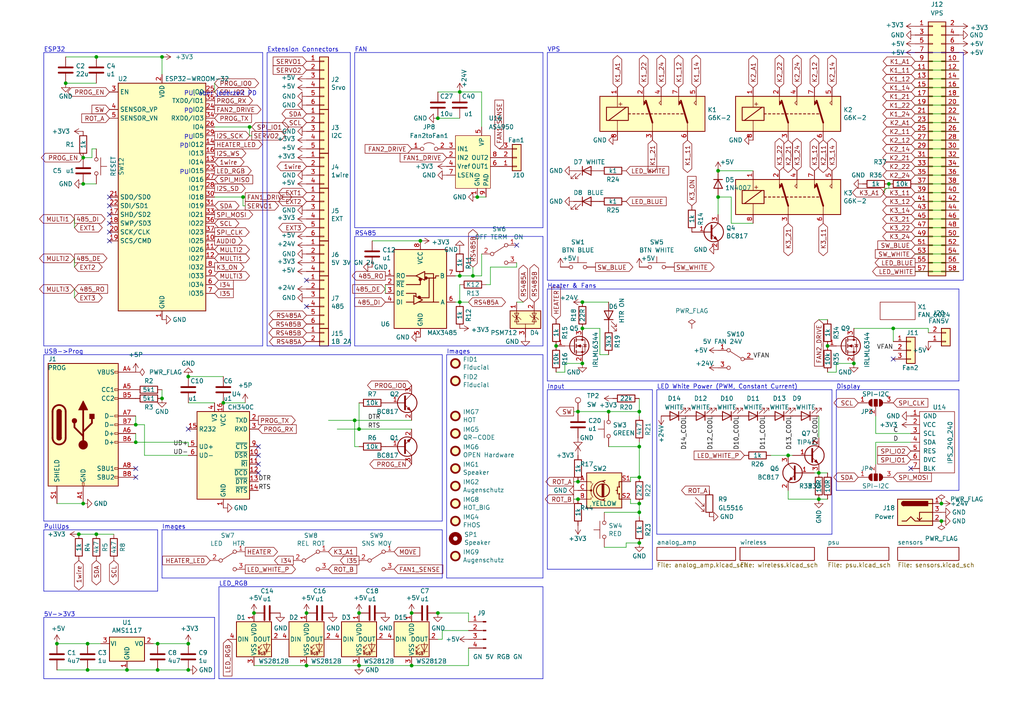
<source format=kicad_sch>
(kicad_sch (version 20231120) (generator "eeschema") (generator_version "8.0")
  (paper "A4")
  (junction (at 137.16 80.01))
  (junction (at 127 34.29))
  (junction (at 24.13 146.05))
  (junction (at 133.35 26.67))
  (junction (at 45.72 186.69))
  (junction (at 70.485 57.15))
  (junction (at 39.37 128.27))
  (junction (at 168.91 87.63))
  (junction (at 54.61 109.22))
  (junction (at 138.43 57.15))
  (junction (at 228.6 132.08))
  (junction (at 104.14 193.04))
  (junction (at 54.61 186.69))
  (junction (at 208.28 49.53))
  (junction (at 167.64 119.38))
  (junction (at 208.28 57.15))
  (junction (at 273.05 151.13))
  (junction (at 259.08 95.25))
  (junction (at 161.29 100.33))
  (junction (at 121.92 69.85))
  (junction (at 185.42 148.59))
  (junction (at 88.9 177.8))
  (junction (at 39.37 123.19))
  (junction (at 185.42 119.38))
  (junction (at 237.49 144.78))
  (junction (at 46.99 115.57))
  (junction (at 168.91 95.25))
  (junction (at 102.87 121.92))
  (junction (at 72.39 36.83))
  (junction (at 46.99 16.51))
  (junction (at 168.91 105.41))
  (junction (at 176.53 119.38))
  (junction (at 119.38 177.8))
  (junction (at 104.14 124.46))
  (junction (at 22.86 154.94))
  (junction (at 240.03 100.33))
  (junction (at 167.64 144.78))
  (junction (at 88.9 193.04))
  (junction (at 185.42 157.48))
  (junction (at 119.38 193.04))
  (junction (at 27.94 16.51))
  (junction (at 273.05 146.05))
  (junction (at 64.77 116.84))
  (junction (at 25.4 194.31))
  (junction (at 237.49 137.16))
  (junction (at 24.13 45.72))
  (junction (at 185.42 138.43))
  (junction (at 133.35 87.63))
  (junction (at 127 177.8))
  (junction (at 19.05 24.13))
  (junction (at 36.83 194.31))
  (junction (at 104.14 177.8))
  (junction (at 54.61 194.31))
  (junction (at 73.66 177.8))
  (junction (at 25.4 186.69))
  (junction (at 24.13 53.34))
  (junction (at 133.35 80.01))
  (junction (at 247.65 105.41))
  (junction (at 27.94 154.94))
  (junction (at 257.81 53.34))
  (junction (at 185.42 146.05))
  (junction (at 45.72 194.31))
  (junction (at 167.64 139.7))
  (junction (at 16.51 186.69))
  (junction (at 185.42 129.54))
  (no_connect (at 31.75 62.23))
  (no_connect (at 39.37 135.89))
  (no_connect (at 31.75 59.69))
  (no_connect (at 149.86 71.12))
  (no_connect (at 39.37 138.43))
  (no_connect (at 74.93 137.16))
  (no_connect (at 88.9 81.28))
  (no_connect (at 31.75 67.31))
  (no_connect (at 31.75 57.15))
  (no_connect (at 31.75 69.85))
  (no_connect (at 264.16 135.89))
  (no_connect (at 259.08 104.14))
  (no_connect (at 88.9 88.9))
  (no_connect (at 31.75 64.77))
  (no_connect (at 74.93 129.54))
  (no_connect (at 74.93 132.08))
  (no_connect (at 54.61 124.46))
  (no_connect (at 74.93 134.62))
  (wire (pts (xy 208.28 49.53) (xy 218.44 49.53)))
  (wire (pts (xy 185.42 119.38) (xy 185.42 120.65)))
  (wire (pts (xy 185.42 148.59) (xy 185.42 149.86)))
  (wire (pts (xy 167.64 144.78) (xy 166.37 144.78)))
  (wire (pts (xy 265.43 50.8) (xy 278.13 50.8)))
  (wire (pts (xy 247.65 95.25) (xy 259.08 95.25)))
  (wire (pts (xy 139.7 26.67) (xy 133.35 26.67)))
  (polyline (pts (xy 102.87 68.58) (xy 157.48 68.58)))
  (polyline (pts (xy 279.4 15.24) (xy 279.4 81.28)))
  (wire (pts (xy 237.49 144.78) (xy 240.03 144.78)))
  (wire (pts (xy 39.37 123.19) (xy 41.91 123.19)))
  (wire (pts (xy 265.43 30.48) (xy 278.13 30.48)))
  (polyline (pts (xy 102.87 66.04) (xy 157.48 66.04)))
  (polyline (pts (xy 12.7 15.24) (xy 12.7 100.33)))
  (wire (pts (xy 163.83 105.41) (xy 163.83 107.95)))
  (wire (pts (xy 265.43 68.58) (xy 278.13 68.58)))
  (polyline (pts (xy 62.23 179.07) (xy 62.23 196.85)))
  (wire (pts (xy 137.16 77.47) (xy 137.16 80.01)))
  (wire (pts (xy 24.13 45.72) (xy 26.67 45.72)))
  (wire (pts (xy 45.72 186.69) (xy 54.61 186.69)))
  (wire (pts (xy 119.38 193.04) (xy 135.89 193.04)))
  (polyline (pts (xy 102.87 100.33) (xy 157.48 100.33)))
  (polyline (pts (xy 77.47 15.24) (xy 77.47 100.33)))
  (wire (pts (xy 142.24 77.47) (xy 142.24 82.55)))
  (polyline (pts (xy 279.4 81.28) (xy 158.75 81.28)))
  (polyline (pts (xy 101.6 15.24) (xy 101.6 100.33)))
  (wire (pts (xy 218.44 64.77) (xy 212.09 64.77)))
  (wire (pts (xy 265.43 45.72) (xy 278.13 45.72)))
  (wire (pts (xy 265.43 78.74) (xy 278.13 78.74)))
  (wire (pts (xy 265.43 58.42) (xy 278.13 58.42)))
  (polyline (pts (xy 45.72 153.67) (xy 45.72 171.45)))
  (wire (pts (xy 27.94 24.13) (xy 19.05 24.13)))
  (wire (pts (xy 259.08 95.25) (xy 269.24 95.25)))
  (wire (pts (xy 70.485 57.15) (xy 71.12 57.15)))
  (wire (pts (xy 265.43 38.1) (xy 278.13 38.1)))
  (wire (pts (xy 21.59 63.5) (xy 21.59 66.04)))
  (wire (pts (xy 44.45 186.69) (xy 45.72 186.69)))
  (wire (pts (xy 25.4 194.31) (xy 16.51 194.31)))
  (wire (pts (xy 175.26 148.59) (xy 185.42 148.59)))
  (wire (pts (xy 104.14 124.46) (xy 119.38 124.46)))
  (wire (pts (xy 137.16 80.01) (xy 133.35 80.01)))
  (wire (pts (xy 149.86 77.47) (xy 142.24 77.47)))
  (wire (pts (xy 265.43 22.86) (xy 278.13 22.86)))
  (wire (pts (xy 39.37 120.65) (xy 39.37 123.19)))
  (polyline (pts (xy 157.48 66.04) (xy 157.48 15.24)))
  (wire (pts (xy 62.23 116.84) (xy 54.61 116.84)))
  (wire (pts (xy 62.23 36.83) (xy 72.39 36.83)))
  (wire (pts (xy 181.61 158.75) (xy 181.61 157.48)))
  (wire (pts (xy 142.24 82.55) (xy 140.97 82.55)))
  (wire (pts (xy 54.61 132.08) (xy 41.91 132.08)))
  (polyline (pts (xy 102.87 66.04) (xy 102.87 15.24)))
  (polyline (pts (xy 189.23 165.1) (xy 158.75 165.1)))
  (polyline (pts (xy 46.99 153.67) (xy 128.27 153.67)))
  (polyline (pts (xy 63.5 170.18) (xy 157.48 170.18)))
  (wire (pts (xy 22.86 154.94) (xy 27.94 154.94)))
  (wire (pts (xy 242.57 107.95) (xy 240.03 107.95)))
  (wire (pts (xy 265.43 66.04) (xy 278.13 66.04)))
  (wire (pts (xy 21.59 77.47) (xy 21.59 74.93)))
  (wire (pts (xy 26.67 43.18) (xy 27.94 43.18)))
  (wire (pts (xy 139.7 36.83) (xy 139.7 26.67)))
  (wire (pts (xy 111.76 82.55) (xy 111.76 85.09)))
  (polyline (pts (xy 158.75 83.82) (xy 278.13 83.82)))
  (wire (pts (xy 127 26.67) (xy 133.35 26.67)))
  (wire (pts (xy 62.23 57.15) (xy 70.485 57.15)))
  (polyline (pts (xy 102.87 100.33) (xy 102.87 68.58)))
  (wire (pts (xy 62.23 26.67) (xy 62.23 24.13)))
  (polyline (pts (xy 77.47 15.24) (xy 101.6 15.24)))
  (polyline (pts (xy 157.48 15.24) (xy 102.87 15.24)))
  (wire (pts (xy 265.43 76.2) (xy 278.13 76.2)))
  (wire (pts (xy 128.27 182.88) (xy 135.89 182.88)))
  (polyline (pts (xy 12.7 151.13) (xy 12.7 102.87)))
  (polyline (pts (xy 128.27 153.67) (xy 128.27 167.64)))
  (wire (pts (xy 212.09 57.15) (xy 208.28 57.15)))
  (wire (pts (xy 27.94 16.51) (xy 19.05 16.51)))
  (polyline (pts (xy 128.27 102.87) (xy 128.27 151.13)))
  (wire (pts (xy 223.52 132.08) (xy 228.6 132.08)))
  (polyline (pts (xy 128.27 167.64) (xy 46.99 167.64)))
  (wire (pts (xy 242.57 105.41) (xy 242.57 107.95)))
  (wire (pts (xy 254 128.27) (xy 254 134.62)))
  (wire (pts (xy 256.54 54.61) (xy 256.54 55.88)))
  (polyline (pts (xy 12.7 153.67) (xy 45.72 153.67)))
  (wire (pts (xy 104.14 193.04) (xy 88.9 193.04)))
  (wire (pts (xy 163.83 107.95) (xy 161.29 107.95)))
  (wire (pts (xy 45.72 194.31) (xy 36.83 194.31)))
  (polyline (pts (xy 190.5 154.94) (xy 241.3 154.94)))
  (wire (pts (xy 264.16 125.73) (xy 254 125.73)))
  (wire (pts (xy 247.65 105.41) (xy 242.57 105.41)))
  (wire (pts (xy 36.83 194.31) (xy 25.4 194.31)))
  (wire (pts (xy 265.43 55.88) (xy 278.13 55.88)))
  (wire (pts (xy 173.99 102.87) (xy 176.53 102.87)))
  (wire (pts (xy 128.27 185.42) (xy 128.27 182.88)))
  (wire (pts (xy 237.49 120.65) (xy 237.49 127)))
  (wire (pts (xy 176.53 119.38) (xy 185.42 119.38)))
  (wire (pts (xy 228.6 132.08) (xy 229.87 132.08)))
  (wire (pts (xy 73.025 39.37) (xy 72.39 39.37)))
  (wire (pts (xy 265.43 27.94) (xy 278.13 27.94)))
  (wire (pts (xy 254 125.73) (xy 254 120.65)))
  (wire (pts (xy 121.92 69.85) (xy 107.95 69.85)))
  (wire (pts (xy 237.49 137.16) (xy 240.03 137.16)))
  (wire (pts (xy 149.86 87.63) (xy 151.765 87.63)))
  (wire (pts (xy 135.89 87.63) (xy 133.35 87.63)))
  (polyline (pts (xy 12.7 102.87) (xy 128.27 102.87)))
  (polyline (pts (xy 129.54 102.87) (xy 129.54 167.64)))
  (polyline (pts (xy 12.7 153.67) (xy 12.7 171.45)))
  (wire (pts (xy 133.35 80.01) (xy 132.08 80.01)))
  (wire (pts (xy 39.37 128.27) (xy 39.37 125.73)))
  (wire (pts (xy 265.43 73.66) (xy 278.13 73.66)))
  (wire (pts (xy 41.91 132.08) (xy 41.91 123.19)))
  (polyline (pts (xy 12.7 15.24) (xy 76.2 15.24)))
  (polyline (pts (xy 157.48 102.87) (xy 157.48 167.64)))
  (wire (pts (xy 104.14 116.84) (xy 104.14 124.46)))
  (wire (pts (xy 264.16 128.27) (xy 254 128.27)))
  (polyline (pts (xy 278.13 110.49) (xy 278.13 83.82)))
  (wire (pts (xy 54.61 194.31) (xy 45.72 194.31)))
  (wire (pts (xy 25.4 186.69) (xy 29.21 186.69)))
  (polyline (pts (xy 63.5 196.85) (xy 157.48 196.85)))
  (wire (pts (xy 72.39 36.83) (xy 73.025 36.83)))
  (wire (pts (xy 132.08 87.63) (xy 133.35 87.63)))
  (wire (pts (xy 104.14 193.04) (xy 119.38 193.04)))
  (wire (pts (xy 212.09 64.77) (xy 212.09 57.15)))
  (wire (pts (xy 97.79 124.46) (xy 104.14 124.46)))
  (wire (pts (xy 237.49 92.71) (xy 240.03 92.71)))
  (wire (pts (xy 139.7 80.01) (xy 139.7 73.66)))
  (wire (pts (xy 185.42 129.54) (xy 185.42 138.43)))
  (polyline (pts (xy 190.5 113.03) (xy 190.5 154.94)))
  (wire (pts (xy 265.43 20.32) (xy 278.13 20.32)))
  (wire (pts (xy 102.87 121.92) (xy 102.87 129.54)))
  (polyline (pts (xy 158.75 110.49) (xy 278.13 110.49)))
  (wire (pts (xy 185.42 138.43) (xy 182.88 138.43)))
  (wire (pts (xy 135.89 177.8) (xy 135.89 180.34)))
  (polyline (pts (xy 157.48 100.33) (xy 157.48 68.58)))
  (wire (pts (xy 138.43 57.15) (xy 140.97 57.15)))
  (wire (pts (xy 182.88 146.05) (xy 185.42 146.05)))
  (wire (pts (xy 176.53 129.54) (xy 185.42 129.54)))
  (wire (pts (xy 72.39 36.83) (xy 72.39 39.37)))
  (wire (pts (xy 236.22 137.16) (xy 237.49 137.16)))
  (wire (pts (xy 135.89 193.04) (xy 135.89 187.96)))
  (wire (pts (xy 265.43 40.64) (xy 278.13 40.64)))
  (wire (pts (xy 137.16 80.01) (xy 139.7 80.01)))
  (wire (pts (xy 64.77 116.84) (xy 71.12 116.84)))
  (wire (pts (xy 54.61 128.27) (xy 54.61 129.54)))
  (wire (pts (xy 175.26 158.75) (xy 181.61 158.75)))
  (wire (pts (xy 21.59 86.36) (xy 21.59 83.82)))
  (polyline (pts (xy 190.5 113.03) (xy 241.3 113.03)))
  (wire (pts (xy 127 34.29) (xy 133.35 34.29)))
  (polyline (pts (xy 129.54 167.64) (xy 157.48 167.64)))
  (wire (pts (xy 265.43 35.56) (xy 278.13 35.56)))
  (polyline (pts (xy 242.57 113.03) (xy 278.13 113.03)))
  (wire (pts (xy 127 177.8) (xy 135.89 177.8)))
  (wire (pts (xy 173.99 95.25) (xy 173.99 102.87)))
  (polyline (pts (xy 62.23 196.85) (xy 12.7 196.85)))
  (wire (pts (xy 181.61 157.48) (xy 185.42 157.48)))
  (wire (pts (xy 185.42 146.05) (xy 185.42 148.59)))
  (polyline (pts (xy 189.23 113.03) (xy 189.23 165.1)))
  (wire (pts (xy 185.42 129.54) (xy 185.42 128.27)))
  (wire (pts (xy 265.43 53.34) (xy 278.13 53.34)))
  (wire (pts (xy 149.86 76.2) (xy 149.86 77.47)))
  (polyline (pts (xy 279.4 15.24) (xy 158.75 15.24)))
  (wire (pts (xy 70.485 57.15) (xy 70.485 59.69)))
  (wire (pts (xy 16.51 186.69) (xy 25.4 186.69)))
  (wire (pts (xy 182.88 138.43) (xy 182.88 139.7)))
  (wire (pts (xy 168.91 105.41) (xy 163.83 105.41)))
  (polyline (pts (xy 157.48 102.87) (xy 129.54 102.87)))
  (wire (pts (xy 70.485 59.69) (xy 71.12 59.69)))
  (wire (pts (xy 127 185.42) (xy 128.27 185.42)))
  (wire (pts (xy 265.43 25.4) (xy 278.13 25.4)))
  (polyline (pts (xy 158.75 113.03) (xy 189.23 113.03)))
  (wire (pts (xy 39.37 128.27) (xy 54.61 128.27)))
  (polyline (pts (xy 63.5 196.85) (xy 63.5 170.18)))
  (wire (pts (xy 167.64 119.38) (xy 166.37 119.38)))
  (polyline (pts (xy 158.75 81.28) (xy 158.75 15.24)))
  (polyline (pts (xy 12.7 151.13) (xy 128.27 151.13)))
  (wire (pts (xy 27.94 154.94) (xy 33.02 154.94)))
  (wire (pts (xy 208.28 62.23) (xy 208.28 57.15)))
  (polyline (pts (xy 158.75 113.03) (xy 158.75 165.1)))
  (wire (pts (xy 54.61 109.22) (xy 64.77 109.22)))
  (polyline (pts (xy 76.2 100.33) (xy 12.7 100.33)))
  (wire (pts (xy 269.24 95.25) (xy 269.24 96.52)))
  (wire (pts (xy 176.53 119.38) (xy 167.64 119.38)))
  (polyline (pts (xy 242.57 142.24) (xy 242.57 113.03)))
  (wire (pts (xy 228.6 144.78) (xy 237.49 144.78)))
  (polyline (pts (xy 77.47 100.33) (xy 101.6 100.33)))
  (wire (pts (xy 168.91 95.25) (xy 173.99 95.25)))
  (wire (pts (xy 102.87 121.92) (xy 119.38 121.92)))
  (wire (pts (xy 265.43 43.18) (xy 278.13 43.18)))
  (polyline (pts (xy 241.3 113.03) (xy 241.3 154.94)))
  (wire (pts (xy 102.87 129.54) (xy 104.14 129.54)))
  (wire (pts (xy 16.51 146.05) (xy 24.13 146.05)))
  (wire (pts (xy 182.88 144.78) (xy 182.88 146.05)))
  (wire (pts (xy 185.42 119.38) (xy 185.42 115.57)))
  (polyline (pts (xy 45.72 171.45) (xy 12.7 171.45)))
  (polyline (pts (xy 157.48 196.85) (xy 157.48 170.18)))
  (polyline (pts (xy 12.7 179.07) (xy 62.23 179.07)))
  (wire (pts (xy 46.99 16.51) (xy 27.94 16.51)))
  (wire (pts (xy 133.35 87.63) (xy 133.35 82.55)))
  (wire (pts (xy 257.81 53.34) (xy 257.81 54.61)))
  (wire (pts (xy 46.99 113.03) (xy 46.99 115.57)))
  (wire (pts (xy 265.43 60.96) (xy 278.13 60.96)))
  (wire (pts (xy 265.43 63.5) (xy 278.13 63.5)))
  (polyline (pts (xy 158.75 110.49) (xy 158.75 83.82)))
  (polyline (pts (xy 278.13 113.03) (xy 278.13 142.24)))
  (wire (pts (xy 167.64 139.7) (xy 166.37 139.7)))
  (wire (pts (xy 257.81 54.61) (xy 256.54 54.61)))
  (wire (pts (xy 26.67 45.72) (xy 26.67 43.18)))
  (wire (pts (xy 46.99 21.59) (xy 46.99 16.51)))
  (wire (pts (xy 168.91 87.63) (xy 176.53 87.63)))
  (wire (pts (xy 265.43 48.26) (xy 278.13 48.26)))
  (polyline (pts (xy 76.2 15.24) (xy 76.2 100.33)))
  (polyline (pts (xy 46.99 153.67) (xy 46.99 167.64)))
  (wire (pts (xy 259.08 99.06) (xy 259.08 95.25)))
  (polyline (pts (xy 278.13 142.24) (xy 242.57 142.24)))
  (wire (pts (xy 228.6 142.24) (xy 228.6 144.78)))
  (wire (pts (xy 88.9 193.04) (xy 73.66 193.04)))
  (polyline (pts (xy 12.7 196.85) (xy 12.7 179.07)))
  (wire (pts (xy 265.43 17.78) (xy 278.13 17.78)))
  (wire (pts (xy 265.43 71.12) (xy 278.13 71.12)))
  (wire (pts (xy 24.13 53.34) (xy 27.94 53.34)))
  (wire (pts (xy 265.43 33.02) (xy 278.13 33.02)))
  (wire (pts (xy 95.25 121.92) (xy 102.87 121.92)))
  (text "LED White Power (PWM, Constant Current)" (at 190.5 113.03 0) (effects (font (size 1.27 1.27)) (justify left bottom)))
  (text "LED_RGB" (at 63.5 170.18 0) (effects (font (size 1.27 1.27)) (justify left bottom)))
  (text "Display" (at 242.57 113.03 0) (effects (font (size 1.27 1.27)) (justify left bottom)))
  (text "USB->Prog" (at 12.7 102.87 0) (effects (font (size 1.27 1.27)) (justify left bottom)))
  (text "PD" (at 52.07 43.18 0) (effects (font (size 1.27 1.27)) (justify left bottom)))
  (text "Images" (at 129.54 102.87 0) (effects (font (size 1.27 1.27)) (justify left bottom)))
  (text "PU, aber jederzeit PD" (at 53.34 27.94 0) (effects (font (size 1.27 1.27)) (justify left bottom)))
  (text "Input" (at 158.75 113.03 0) (effects (font (size 1.27 1.27)) (justify left bottom)))
  (text "FAN" (at 102.87 15.24 0) (effects (font (size 1.27 1.27)) (justify left bottom)))
  (text "VPS" (at 158.75 15.24 0) (effects (font (size 1.27 1.27)) (justify left bottom)))
  (text "Images" (at 46.99 153.67 0) (effects (font (size 1.27 1.27)) (justify left bottom)))
  (text "PullUps" (at 12.7 153.67 0) (effects (font (size 1.27 1.27)) (justify left bottom)))
  (text "PU" (at 53.34 40.64 0) (effects (font (size 1.27 1.27)) (justify left bottom)))
  (text "5V->3V3" (at 12.7 179.07 0) (effects (font (size 1.27 1.27)) (justify left bottom)))
  (text "RS485" (at 102.87 68.58 0) (effects (font (size 1.27 1.27)) (justify left bottom)))
  (text "Heater & Fans" (at 158.75 83.82 0) (effects (font (size 1.27 1.27)) (justify left bottom)))
  (text "PU" (at 52.07 50.8 0) (effects (font (size 1.27 1.27)) (justify left bottom)))
  (text "Extension Connectors" (at 77.47 15.24 0) (effects (font (size 1.27 1.27)) (justify left bottom)))
  (text "PD" (at 53.34 33.02 0) (effects (font (size 1.27 1.27)) (justify left bottom)))
  (text "ESP32" (at 12.7 15.24 0) (effects (font (size 1.27 1.27)) (justify left bottom)))
  (label "VFAN" (at 218.44 104.14 0))
  (label "D10_COOL" (at 214.63 120.65 270))
  (label "RTS" (at 106.68 124.46 0))
  (label "VFAN" (at 259.08 101.6 180))
  (label "D12_COOL" (at 207.01 120.65 270))
  (label "UD+" (at 54.61 129.54 180))
  (label "D11_COOL" (at 222.25 120.65 270))
  (label "C" (at 259.08 125.73 0))
  (label "D13_COOL" (at 229.87 120.65 270))
  (label "D" (at 259.08 128.27 0))
  (label "DTR" (at 74.93 139.7 0))
  (label "DTR" (at 106.68 121.92 0))
  (label "RTS" (at 74.93 142.24 0))
  (label "UD-" (at 54.61 132.08 180))
  (label "D9_COOL" (at 237.49 120.65 270))
  (label "D14_COOL" (at 199.39 120.65 270))
  (global_label "SW_WHITE" (shape output) (at 195.58 77.47 0) (property "Intersheetrefs" "${INTERSHEET_REFS}" (effects (hide yes))))
  (global_label "RS485B" (shape bidirectional) (at 137.16 77.47 90) (property "Intersheetrefs" "${INTERSHEET_REFS}" (effects (hide yes))))
  (global_label "FAN2_DRIVE" (shape output) (at 62.23 31.75 0) (property "Intersheetrefs" "${INTERSHEET_REFS}" (effects (hide yes))))
  (global_label "PROG_IO0" (shape bidirectional) (at 119.38 111.76 180) (property "Intersheetrefs" "${INTERSHEET_REFS}" (effects (hide yes))))
  (global_label "RS485A" (shape bidirectional) (at 151.765 87.63 90) (property "Intersheetrefs" "${INTERSHEET_REFS}" (effects (hide yes))))
  (global_label "PROG_EN" (shape bidirectional) (at 31.75 26.67 180) (property "Intersheetrefs" "${INTERSHEET_REFS}" (effects (hide yes))))
  (global_label "K1_21" (shape bidirectional) (at 265.43 27.94 180) (property "Intersheetrefs" "${INTERSHEET_REFS}" (effects (hide yes))))
  (global_label "K3_11" (shape bidirectional) (at 238.76 64.77 270) (property "Intersheetrefs" "${INTERSHEET_REFS}" (effects (hide yes))))
  (global_label "K3_11" (shape bidirectional) (at 265.43 55.88 180) (property "Intersheetrefs" "${INTERSHEET_REFS}" (effects (hide yes))))
  (global_label "K3_21" (shape bidirectional) (at 265.43 63.5 180) (property "Intersheetrefs" "${INTERSHEET_REFS}" (effects (hide yes))))
  (global_label "SPI_IO2" (shape bidirectional) (at 62.23 26.67 0) (property "Intersheetrefs" "${INTERSHEET_REFS}" (effects (hide yes))))
  (global_label "EXT3" (shape bidirectional) (at 21.59 86.36 0) (property "Intersheetrefs" "${INTERSHEET_REFS}" (effects (hide yes))))
  (global_label "LED_WHITE" (shape output) (at 265.43 78.74 180) (property "Intersheetrefs" "${INTERSHEET_REFS}" (effects (hide yes))))
  (global_label "SCL" (shape bidirectional) (at 88.9 35.56 180) (property "Intersheetrefs" "${INTERSHEET_REFS}" (effects (hide yes))))
  (global_label "SPI_CLK" (shape output) (at 62.23 67.31 0) (property "Intersheetrefs" "${INTERSHEET_REFS}" (effects (hide yes))))
  (global_label "HEATER" (shape output) (at 71.12 160.02 0) (property "Intersheetrefs" "${INTERSHEET_REFS}" (effects (hide yes))))
  (global_label "LED_BLUE" (shape input) (at 181.61 58.42 0) (property "Intersheetrefs" "${INTERSHEET_REFS}" (effects (hide yes))))
  (global_label "I2S_WS" (shape output) (at 62.23 44.45 0) (property "Intersheetrefs" "${INTERSHEET_REFS}" (effects (hide yes))))
  (global_label "K2_21" (shape bidirectional) (at 265.43 45.72 180) (property "Intersheetrefs" "${INTERSHEET_REFS}" (effects (hide yes))))
  (global_label "485_DI" (shape input) (at 111.76 87.63 180) (property "Intersheetrefs" "${INTERSHEET_REFS}" (effects (hide yes))))
  (global_label "RS485A" (shape bidirectional) (at 88.9 99.06 180) (property "Intersheetrefs" "${INTERSHEET_REFS}" (effects (hide yes))))
  (global_label "SW" (shape output) (at 166.37 119.38 180) (property "Intersheetrefs" "${INTERSHEET_REFS}" (effects (hide yes))))
  (global_label "SERVO2" (shape output) (at 73.025 39.37 0) (property "Intersheetrefs" "${INTERSHEET_REFS}" (effects (hide yes))))
  (global_label "LED_WHITE_P" (shape input) (at 215.9 132.08 180) (property "Intersheetrefs" "${INTERSHEET_REFS}" (effects (hide yes))))
  (global_label "LED_BLUE" (shape output) (at 265.43 76.2 180) (property "Intersheetrefs" "${INTERSHEET_REFS}" (effects (hide yes))))
  (global_label "K1_22" (shape bidirectional) (at 265.43 30.48 180) (property "Intersheetrefs" "${INTERSHEET_REFS}" (effects (hide yes))))
  (global_label "PROG_TX" (shape input) (at 62.23 34.29 0) (property "Intersheetrefs" "${INTERSHEET_REFS}" (effects (hide yes))))
  (global_label "SDA" (shape bidirectional) (at 62.23 59.69 0) (property "Intersheetrefs" "${INTERSHEET_REFS}" (effects (hide yes))))
  (global_label "K1_14" (shape bidirectional) (at 265.43 25.4 180) (property "Intersheetrefs" "${INTERSHEET_REFS}" (effects (hide yes))))
  (global_label "485_DE" (shape output) (at 21.59 74.93 0) (property "Intersheetrefs" "${INTERSHEET_REFS}" (effects (hide yes))))
  (global_label "I2S_SD" (shape output) (at 62.23 54.61 0) (property "Intersheetrefs" "${INTERSHEET_REFS}" (effects (hide yes))))
  (global_label "PROG_RX" (shape input) (at 74.93 124.46 0) (property "Intersheetrefs" "${INTERSHEET_REFS}" (effects (hide yes))))
  (global_label "K2_22" (shape bidirectional) (at 226.06 25.4 90) (property "Intersheetrefs" "${INTERSHEET_REFS}" (effects (hide yes))))
  (global_label "K3_22" (shape bidirectional) (at 226.06 49.53 90) (property "Intersheetrefs" "${INTERSHEET_REFS}" (effects (hide yes))))
  (global_label "RS485B" (shape bidirectional) (at 88.9 93.98 180) (property "Intersheetrefs" "${INTERSHEET_REFS}" (effects (hide yes))))
  (global_label "K2_22" (shape bidirectional) (at 265.43 48.26 180) (property "Intersheetrefs" "${INTERSHEET_REFS}" (effects (hide yes))))
  (global_label "SPI_IO2" (shape input) (at 264.16 130.81 180) (property "Intersheetrefs" "${INTERSHEET_REFS}" (effects (hide yes))))
  (global_label "SPI_IO1" (shape input) (at 264.16 133.35 180) (property "Intersheetrefs" "${INTERSHEET_REFS}" (effects (hide yes))))
  (global_label "K1_24" (shape bidirectional) (at 265.43 33.02 180) (property "Intersheetrefs" "${INTERSHEET_REFS}" (effects (hide yes))))
  (global_label "I34" (shape output) (at 85.09 162.56 180) (property "Intersheetrefs" "${INTERSHEET_REFS}" (effects (hide yes))))
  (global_label "MULTI3" (shape bidirectional) (at 62.23 80.01 0) (property "Intersheetrefs" "${INTERSHEET_REFS}" (effects (hide yes))))
  (global_label "EXT3" (shape bidirectional) (at 88.9 66.04 180) (property "Intersheetrefs" "${INTERSHEET_REFS}" (effects (hide yes))))
  (global_label "SERVO1" (shape output) (at 71.12 59.69 0) (property "Intersheetrefs" "${INTERSHEET_REFS}" (effects (hide yes))))
  (global_label "K1_12" (shape bidirectional) (at 265.43 22.86 180) (property "Intersheetrefs" "${INTERSHEET_REFS}" (effects (hide yes))))
  (global_label "K3_ON" (shape output) (at 62.23 77.47 0) (property "Intersheetrefs" "${INTERSHEET_REFS}" (effects (hide yes))))
  (global_label "LED_WHITE" (shape input) (at 181.61 49.53 0) (property "Intersheetrefs" "${INTERSHEET_REFS}" (effects (hide yes))))
  (global_label "SERVO1" (shape input) (at 88.9 17.78 180) (property "Intersheetrefs" "${INTERSHEET_REFS}" (effects (hide yes))))
  (global_label "K2_24" (shape bidirectional) (at 265.43 50.8 180) (property "Intersheetrefs" "${INTERSHEET_REFS}" (effects (hide yes))))
  (global_label "K2_12" (shape bidirectional) (at 236.22 25.4 90) (property "Intersheetrefs" "${INTERSHEET_REFS}" (effects (hide yes))))
  (global_label "SDA" (shape bidirectional) (at 27.94 162.56 270) (property "Intersheetrefs" "${INTERSHEET_REFS}" (effects (hide yes))))
  (global_label "485_RO" (shape input) (at 21.59 83.82 0) (property "Intersheetrefs" "${INTERSHEET_REFS}" (effects (hide yes))))
  (global_label "1wire" (shape bidirectional) (at 22.86 162.56 270) (property "Intersheetrefs" "${INTERSHEET_REFS}" (effects (hide yes))))
  (global_label "HEATER_LED" (shape output) (at 62.23 41.91 0) (property "Intersheetrefs" "${INTERSHEET_REFS}" (effects (hide yes))))
  (global_label "I35" (shape input) (at 62.23 85.09 0) (property "Intersheetrefs" "${INTERSHEET_REFS}" (effects (hide yes))))
  (global_label "PROG_RX" (shape output) (at 62.23 29.21 0) (property "Intersheetrefs" "${INTERSHEET_REFS}" (effects (hide yes))))
  (global_label "SW" (shape input) (at 31.75 31.75 180) (property "Intersheetrefs" "${INTERSHEET_REFS}" (effects (hide yes))))
  (global_label "I2S_SCK" (shape output) (at 62.23 39.37 0) (property "Intersheetrefs" "${INTERSHEET_REFS}" (effects (hide yes))))
  (global_label "K1_14" (shape bidirectional) (at 201.93 25.4 90) (property "Intersheetrefs" "${INTERSHEET_REFS}" (effects (hide yes))))
  (global_label "485_RO" (shape output) (at 111.76 80.01 180) (property "Intersheetrefs" "${INTERSHEET_REFS}" (effects (hide yes))))
  (global_label "K3_ON" (shape input) (at 200.66 59.69 90) (property "Intersheetrefs" "${INTERSHEET_REFS}" (effects (hide yes))))
  (global_label "MULTI2" (shape bidirectional) (at 21.59 74.93 180) (property "Intersheetrefs" "${INTERSHEET_REFS}" (effects (hide yes))))
  (global_label "FAN1_SENSE" (shape input) (at 144.78 43.18 90) (property "Intersheetrefs" "${INTERSHEET_REFS}" (effects (hide yes))))
  (global_label "K1_22" (shape bidirectional) (at 186.69 25.4 90) (property "Intersheetrefs" "${INTERSHEET_REFS}" (effects (hide yes))))
  (global_label "EXT1" (shape bidirectional) (at 88.9 55.88 180) (property "Intersheetrefs" "${INTERSHEET_REFS}" (effects (hide yes))))
  (global_label "K2_14" (shape bidirectional) (at 241.3 25.4 90) (property "Intersheetrefs" "${INTERSHEET_REFS}" (effects (hide yes))))
  (global_label "K3_12" (shape bidirectional) (at 236.22 49.53 90) (property "Intersheetrefs" "${INTERSHEET_REFS}" (effects (hide yes))))
  (global_label "ROT_B" (shape output) (at 166.37 144.78 180) (property "Intersheetrefs" "${INTERSHEET_REFS}" (effects (hide yes))))
  (global_label "SPI_MISO" (shape input) (at 62.23 52.07 0) (property "Intersheetrefs" "${INTERSHEET_REFS}" (effects (hide yes))))
  (global_label "K1_11" (shape bidirectional) (at 199.39 40.64 270) (property "Intersheetrefs" "${INTERSHEET_REFS}" (effects (hide yes))))
  (global_label "K2_24" (shape bidirectional) (at 231.14 25.4 90) (property "Intersheetrefs" "${INTERSHEET_REFS}" (effects (hide yes))))
  (global_label "SPI_CLK" (shape input) (at 259.08 116.84 0) (property "Intersheetrefs" "${INTERSHEET_REFS}" (effects (hide yes))))
  (global_label "K3_14" (shape bidirectional) (at 265.43 60.96 180) (property "Intersheetrefs" "${INTERSHEET_REFS}" (effects (hide yes))))
  (global_label "PROG_EN" (shape bidirectional) (at 24.13 45.72 180) (property "Intersheetrefs" "${INTERSHEET_REFS}" (effects (hide yes))))
  (global_label "FAN1_SENSE" (shape input) (at 114.3 165.1 0) (property "Intersheetrefs" "${INTERSHEET_REFS}" (effects (hide yes))))
  (global_label "LED_RGB" (shape input) (at 66.04 185.42 270) (property "Intersheetrefs" "${INTERSHEET_REFS}" (effects (hide yes))))
  (global_label "PROG_TX" (shape output) (at 74.93 121.92 0) (property "Intersheetrefs" "${INTERSHEET_REFS}" (effects (hide yes))))
  (global_label "SPI_MOSI" (shape output) (at 62.23 62.23 0) (property "Intersheetrefs" "${INTERSHEET_REFS}" (effects (hide yes))))
  (global_label "K2_12" (shape bidirectional) (at 265.43 40.64 180) (property "Intersheetrefs" "${INTERSHEET_REFS}" (effects (hide yes))))
  (global_label "SW_WHITE" (shape input) (at 265.43 73.66 180) (property "Intersheetrefs" "${INTERSHEET_REFS}" (effects (hide yes))))
  (global_label "K2_14" (shape bidirectional) (at 265.43 43.18 180) (property "Intersheetrefs" "${INTERSHEET_REFS}" (effects (hide yes))))
  (global_label "SPI_IO1" (shape bidirectional) (at 73.025 36.83 0) (property "Intersheetrefs" "${INTERSHEET_REFS}" (effects (hide yes))))
  (global_label "K1_A1" (shape bidirectional) (at 179.07 25.4 90) (property "Intersheetrefs" "${INTERSHEET_REFS}" (effects (hide yes))))
  (global_label "PROG_IO0" (shape bidirectional) (at 62.23 24.13 0) (property "Intersheetrefs" "${INTERSHEET_REFS}" (effects (hide yes))))
  (global_label "LED_RGB" (shape output) (at 62.23 49.53 0) (property "Intersheetrefs" "${INTERSHEET_REFS}" (effects (hide yes))))
  (global_label "K3_12" (shape bidirectional) (at 265.43 58.42 180) (property "Intersheetrefs" "${INTERSHEET_REFS}" (effects (hide yes))))
  (global_label "FAN2_DRIVE" (shape input) (at 237.49 92.71 270) (property "Intersheetrefs" "${INTERSHEET_REFS}" (effects (hide yes))))
  (global_label "ROT_B" (shape input) (at 95.25 165.1 0) (property "Intersheetrefs" "${INTERSHEET_REFS}" (effects (hide yes))))
  (global_label "HEATER" (shape input) (at 161.29 92.71 90) (property "Intersheetrefs" "${INTERSHEET_REFS}" (effects (hide yes))))
  (global_label "SW_BLUE" (shape output) (at 172.72 77.47 0) (property "Intersheetrefs" "${INTERSHEET_REFS}" (effects (hide yes))))
  (global_label "K3_22" (shape bidirectional) (at 265.43 66.04 180) (property "Intersheetrefs" "${INTERSHEET_REFS}" (effects (hide yes))))
  (global_label "K2_11" (shape bidirectional) (at 265.43 38.1 180) (property "Intersheetrefs" "${INTERSHEET_REFS}" (effects (hide yes))))
  (global_label "MULTI1" (shape bidirectional) (at 62.23 74.93 0) (property "Intersheetrefs" "${INTERSHEET_REFS}" (effects (hide yes))))
  (global_label "FAN2_DRIVE" (shape input) (at 119.38 43.18 180) (property "Intersheetrefs" "${INTERSHEET_REFS}" (effects (hide yes))))
  (global_label "1wire" (shape bidirectional) (at 88.9 48.26 180) (property "Intersheetrefs" "${INTERSHEET_REFS}" (effects (hide yes))))
  (global_label "K1_24" (shape bidirectional) (at 191.77 25.4 90) (property "Intersheetrefs" "${INTERSHEET_REFS}" (effects (hide yes))))
  (global_label "SCL" (shape bidirectional) (at 62.23 64.77 0) (property "Intersheetrefs" "${INTERSHEET_REFS}" (effects (hide yes))))
  (global_label "LED_WHITE_P" (shape output) (at 71.12 165.1 0) (property "Intersheetrefs" "${INTERSHEET_REFS}" (effects (hide yes))))
  (global_label "RS485B" (shape bidirectional) (at 154.94 87.63 90) (property "Intersheetrefs" "${INTERSHEET_REFS}" (effects (hide yes))))
  (global_label "K2_21" (shape bidirectional) (at 228.6 40.64 270) (property "Intersheetrefs" "${INTERSHEET_REFS}" (effects (hide yes))))
  (global_label "AUDIO" (shape output) (at 62.23 69.85 0) (property "Intersheetrefs" "${INTERSHEET_REFS}" (effects (hide yes))))
  (global_label "RS485A" (shape bidirectional) (at 135.89 87.63 0) (property "Intersheetrefs" "${INTERSHEET_REFS}" (effects (hide yes))))
  (global_label "MULTI3" (shape bidirectional) (at 21.59 83.82 180) (property "Intersheetrefs" "${INTERSHEET_REFS}" (effects (hide yes))))
  (global_label "K3_14" (shape bidirectional) (at 241.3 49.53 90) (property "Intersheetrefs" "${INTERSHEET_REFS}" (effects (hide yes))))
  (global_label "SCL" (shape bidirectional) (at 33.02 162.56 270) (property "Intersheetrefs" "${INTERSHEET_REFS}" (effects (hide yes))))
  (global_label "SERVO2" (shape input) (at 88.9 20.32 180) (property "Intersheetrefs" "${INTERSHEET_REFS}" (effects (hide yes))))
  (global_label "EXT2" (shape bidirectional) (at 88.9 58.42 180) (property "Intersheetrefs" "${INTERSHEET_REFS}" (effects (hide yes))))
  (global_label "1wire" (shape bidirectional) (at 62.23 46.99 0) (property "Intersheetrefs" "${INTERSHEET_REFS}" (effects (hide yes))))
  (global_label "FAN1_DRIVE" (shape output) (at 71.12 57.15 0) (property "Intersheetrefs" "${INTERSHEET_REFS}" (effects (hide yes))))
  (global_label "K2_11" (shape bidirectional) (at 238.76 40.64 270) (property "Intersheetrefs" "${INTERSHEET_REFS}" (effects (hide yes))))
  (global_label "K3_21" (shape bidirectional) (at 228.6 64.77 270) (property "Intersheetrefs" "${INTERSHEET_REFS}" (effects (hide yes))))
  (global_label "K2_A1" (shape bidirectional) (at 218.44 25.4 90) (property "Intersheetrefs" "${INTERSHEET_REFS}" (effects (hide yes))))
  (global_label "RS485B" (shape bidirectional) (at 88.9 96.52 180) (property "Intersheetrefs" "${INTERSHEET_REFS}" (effects (hide yes))))
  (global_label "485_DE" (shape input) (at 111.76 83.82 180) (property "Intersheetrefs" "${INTERSHEET_REFS}" (effects (hide yes))))
  (global_label "SCL" (shape bidirectional) (at 248.92 116.84 180) (property "Intersheetrefs" "${INTERSHEET_REFS}" (effects (hide yes))))
  (global_label "I35" (shape output) (at 104.14 162.56 180) (property "Intersheetrefs" "${INTERSHEET_REFS}" (effects (hide yes))))
  (global_label "ROT_A" (shape input) (at 31.75 34.29 180) (property "Intersheetrefs" "${INTERSHEET_REFS}" (effects (hide yes))))
  (global_label "ROT_A" (shape output) (at 205.74 142.24 180) (property "Intersheetrefs" "${INTERSHEET_REFS}" (effects (hide yes))))
  (global_label "I34" (shape input) (at 62.23 82.55 0) (property "Intersheetrefs" "${INTERSHEET_REFS}" (effects (hide yes))))
  (global_label "K1_21" (shape bidirectional) (at 189.23 40.64 270) (property "Intersheetrefs" "${INTERSHEET_REFS}" (effects (hide yes))))
  (global_label "K3_24" (shape bidirectional) (at 265.43 68.58 180) (property "Intersheetrefs" "${INTERSHEET_REFS}" (effects (hide yes))))
  (global_label "EXT2" (shape bidirectional) (at 21.59 77.47 0) (property "Intersheetrefs" "${INTERSHEET_REFS}" (effects (hide yes))))
  (global_label "K1_12" (shape bidirectional) (at 196.85 25.4 90) (property "Intersheetrefs" "${INTERSHEET_REFS}" (effects (hide yes))))
  (global_label "HEATER_LED" (shape input) (at 60.96 162.56 180) (property "Intersheetrefs" "${INTERSHEET_REFS}" (effects (hide yes))))
  (global_label "FAN1_DRIVE" (shape input) (at 129.54 45.72 180) (property "Intersheetrefs" "${INTERSHEET_REFS}" (effects (hide yes))))
  (global_label "SDA" (shape bidirectional) (at 88.9 33.02 180) (property "Intersheetrefs" "${INTERSHEET_REFS}" (effects (hide yes))))
  (global_label "K1_A1" (shape bidirectional) (at 265.43 17.78 180) (property "Intersheetrefs" "${INTERSHEET_REFS}" (effects (hide yes))))
  (global_label "K1_11" (shape bidirectional) (at 265.43 20.32 180) (property "Intersheetrefs" "${INTERSHEET_REFS}" (effects (hide yes))))
  (global_label "K3_24" (shape bidirectional) (at 231.14 49.53 90) (property "Intersheetrefs" "${INTERSHEET_REFS}" (effects (hide yes))))
  (global_label "K3_A1" (shape input) (at 95.25 160.02 0) (property "Intersheetrefs" "${INTERSHEET_REFS}" (effects (hide yes))))
  (global_label "PROG_EN" (shape bidirectional) (at 119.38 134.62 180) (property "Intersheetrefs" "${INTERSHEET_REFS}" (effects (hide yes))))
  (global_label "SPI_MOSI" (shape input) (at 259.08 138.43 0) (property "Intersheetrefs" "${INTERSHEET_REFS}" (effects (hide yes))))
  (global_label "MULTI2" (shape bidirectional) (at 62.23 72.39 0) (property "Intersheetrefs" "${INTERSHEET_REFS}" (effects (hide yes))))
  (global_label "K2_A1" (shape bidirectional) (at 265.43 35.56 180) (property "Intersheetrefs" "${INTERSHEET_REFS}" (effects (hide yes))))
  (global_label "EXT1" (shape bidirectional) (at 21.59 66.04 0) (property "Intersheetrefs" "${INTERSHEET_REFS}" (effects (hide yes))))
  (global_label "SDA" (shape bidirectional) (at 248.92 138.43 180) (property "Intersheetrefs" "${INTERSHEET_REFS}" (effects (hide yes))))
  (global_label "K3_A1" (shape bidirectional) (at 256.54 55.88 180) (property "Intersheetrefs" "${INTERSHEET_REFS}" (effects (hide yes))))
  (global_label "485_DI" (shape output) (at 21.59 63.5 0) (property "Intersheetrefs" "${INTERSHEET_REFS}" (effects (hide yes))))
  (global_label "ROT_A" (shape output) (at 166.37 139.7 180) (property "Intersheetrefs" "${INTERSHEET_REFS}" (effects (hide yes))))
  (global_label "MULTI1" (shape bidirectional) (at 21.59 63.5 180) (property "Intersheetrefs" "${INTERSHEET_REFS}" (effects (hide yes))))
  (global_label "SW_BLUE" (shape input) (at 265.43 71.12 180) (property "Intersheetrefs" "${INTERSHEET_REFS}" (effects (hide yes))))
  (global_label "MOVE" (shape input) (at 114.3 160.02 0) (property "Intersheetrefs" "${INTERSHEET_REFS}" (effects (hide yes))))
  (global_label "RS485A" (shape bidirectional) (at 88.9 91.44 180) (property "Intersheetrefs" "${INTERSHEET_REFS}" (effects (hide yes))))
  (symbol (lib_id "RF_Module:ESP32-WROOM-32") (at 46.99 57.15 0) (unit 1)
    (property "Reference" "U2" (at 35.56 22.86 0))
    (property "Value" "ESP32-WROOM-32" (at 57.15 22.86 0))
    (property "Footprint" "RF_Module:ESP32-WROOM-32" (effects (hide yes)))
    (property "Datasheet" "https://www.espressif.com/sites/default/files/documentation/esp32-wroom-32_datasheet_en.pdf" (effects (hide yes)))
  )
  (symbol (lib_id "Switch:SW_Push") (at 176.53 124.46 90) (unit 1)
    (property "Reference" "SW3" (at 177.7492 123.2916 90) (effects (justify right)))
    (property "Value" "GREEN" (at 177.7492 125.603 90) (effects (justify right)))
    (property "Footprint" "liebler_MECH:SW_Push_1P1T_NO_CK_PTS125Sx43PSMTR" (effects (hide yes)))
  )
  (symbol (lib_id "Switch:SW_Push") (at 175.26 153.67 90) (unit 1)
    (property "Reference" "SW4" (at 176.4792 152.5016 90) (effects (justify right)))
    (property "Value" "RED" (at 176.4792 154.813 90) (effects (justify right)))
    (property "Footprint" "liebler_MECH:SW_Push_1P1T_NO_CK_PTS125Sx43PSMTR" (effects (hide yes)))
  )
  (symbol (lib_id "Device:Rotary_Encoder_Switch") (at 175.26 142.24 0) (unit 1)
    (property "Reference" "SW2" (at 173.99 135.89 0))
    (property "Value" "YELLOW" (at 175.26 146.05 0))
    (property "Footprint" "liebler_MECH:RotaryEncoder_Alps_EC11E-Switch_Vertical_H20mm" (effects (hide yes)))
  )
  (symbol (lib_id "Relay:G6K-2") (at 189.23 33.02 0) (unit 1)
    (property "Reference" "K1" (at 205.232 31.8516 0) (effects (justify left)))
    (property "Value" "G6K-2" (at 205.232 34.163 0) (effects (justify left)))
    (property "Footprint" "Relay_SMD:Relay_DPDT_Omron_G6K-2F-Y" (effects (hide yes)))
    (property "Datasheet" "http://omronfs.omron.com/en_US/ecb/products/pdf/en-g6k.pdf" (effects (hide yes)))
  )
  (symbol (lib_id "Relay:G6K-2") (at 228.6 33.02 0) (unit 1)
    (property "Reference" "K2" (at 244.602 31.8516 0) (effects (justify left)))
    (property "Value" "G6K-2" (at 244.602 34.163 0) (effects (justify left)))
    (property "Footprint" "Relay_SMD:Relay_DPDT_Omron_G6K-2F-Y" (effects (hide yes)))
    (property "Datasheet" "http://omronfs.omron.com/en_US/ecb/products/pdf/en-g6k.pdf" (effects (hide yes)))
  )
  (symbol (lib_id "Relay:G6K-2") (at 228.6 57.15 0) (unit 1)
    (property "Reference" "K3" (at 244.602 55.9816 0) (effects (justify left)))
    (property "Value" "G6K-2" (at 244.602 58.293 0) (effects (justify left)))
    (property "Footprint" "Relay_SMD:Relay_DPDT_Omron_G6K-2F-Y" (effects (hide yes)))
    (property "Datasheet" "http://omronfs.omron.com/en_US/ecb/products/pdf/en-g6k.pdf" (effects (hide yes)))
  )
  (symbol (lib_id "Connector:USB_C_Receptacle_USB2.0") (at 24.13 123.19 0) (unit 1)
    (property "Reference" "J1" (at 15.24 104.14 0))
    (property "Value" "PROG" (at 16.51 106.68 0))
    (property "Footprint" "liebler_CONN:USB_C_Receptacle_HRO_TYPE-C-31-M-12_IMPROVED" (effects (hide yes)))
    (property "Datasheet" "https://www.usb.org/sites/default/files/documents/usb_type-c.zip" (effects (hide yes)))
  )
  (symbol (lib_id "Regulator_Linear:AMS1117-3.3") (at 36.83 186.69 0) (unit 1)
    (property "Reference" "U1" (at 36.83 180.5432 0))
    (property "Value" "AMS1117" (at 36.83 182.8546 0))
    (property "Footprint" "Package_TO_SOT_SMD:SOT-223-3_TabPin2" (effects (hide yes)))
    (property "Datasheet" "http://www.advanced-monolithic.com/pdf/ds1117.pdf" (effects (hide yes)))
  )
  (symbol (lib_id "LED:WS2812B") (at 73.66 185.42 0) (unit 1)
    (property "Reference" "D1" (at 68.58 179.07 0) (effects (justify left)))
    (property "Value" "WS2812B" (at 74.93 191.77 0) (effects (justify left)))
    (property "Footprint" "LED_SMD:LED_WS2812B_PLCC4_5.0x5.0mm_P3.2mm" (effects (hide yes)))
    (property "Datasheet" "https://cdn-shop.adafruit.com/datasheets/WS2812B.pdf" (effects (hide yes)))
  )
  (symbol (lib_id "Device:C") (at 77.47 177.8 270) (unit 1)
    (property "Reference" "C14" (at 77.47 171.3992 90))
    (property "Value" "u1" (at 77.47 173.7106 90))
    (property "Footprint" "Capacitor_SMD:C_0603_1608Metric" (effects (hide yes)))
  )
  (symbol (lib_id "Device:C") (at 92.71 177.8 270) (unit 1)
    (property "Reference" "C16" (at 92.71 171.3992 90))
    (property "Value" "u1" (at 92.71 173.7106 90))
    (property "Footprint" "Capacitor_SMD:C_0603_1608Metric" (effects (hide yes)))
  )
  (symbol (lib_id "power:GND") (at 81.28 177.8 0) (unit 1)
    (property "Reference" "#PWR0101" (effects (hide yes)))
    (property "Value" "GND" (at 81.407 182.1942 0))
  )
  (symbol (lib_id "power:GND") (at 96.52 177.8 0) (unit 1)
    (property "Reference" "#PWR0102" (effects (hide yes)))
    (property "Value" "GND" (at 96.647 182.1942 0))
  )
  (symbol (lib_id "LED:WS2812B") (at 88.9 185.42 0) (unit 1)
    (property "Reference" "D2" (at 83.82 179.07 0) (effects (justify left)))
    (property "Value" "WS2812B" (at 90.17 191.77 0) (effects (justify left)))
    (property "Footprint" "LED_SMD:LED_WS2812B_PLCC4_5.0x5.0mm_P3.2mm" (effects (hide yes)))
    (property "Datasheet" "https://cdn-shop.adafruit.com/datasheets/WS2812B.pdf" (effects (hide yes)))
  )
  (symbol (lib_id "LED:WS2812B") (at 104.14 185.42 0) (unit 1)
    (property "Reference" "D3" (at 99.06 179.07 0) (effects (justify left)))
    (property "Value" "WS2812B" (at 105.41 191.77 0) (effects (justify left)))
    (property "Footprint" "LED_SMD:LED_WS2812B_PLCC4_5.0x5.0mm_P3.2mm" (effects (hide yes)))
    (property "Datasheet" "https://cdn-shop.adafruit.com/datasheets/WS2812B.pdf" (effects (hide yes)))
  )
  (symbol (lib_id "Device:C") (at 107.95 177.8 270) (unit 1)
    (property "Reference" "C18" (at 107.95 171.3992 90))
    (property "Value" "u1" (at 107.95 173.7106 90))
    (property "Footprint" "Capacitor_SMD:C_0603_1608Metric" (effects (hide yes)))
  )
  (symbol (lib_id "power:GND") (at 111.76 177.8 0) (unit 1)
    (property "Reference" "#PWR0103" (effects (hide yes)))
    (property "Value" "GND" (at 111.887 182.1942 0))
  )
  (symbol (lib_id "power:+5V") (at 73.66 177.8 0) (unit 1)
    (property "Reference" "#PWR0104" (effects (hide yes)))
    (property "Value" "+5V" (at 74.041 173.4058 0))
  )
  (symbol (lib_id "power:+5V") (at 88.9 177.8 0) (unit 1)
    (property "Reference" "#PWR0105" (effects (hide yes)))
    (property "Value" "+5V" (at 89.281 173.4058 0))
  )
  (symbol (lib_id "power:+5V") (at 104.14 177.8 0) (unit 1)
    (property "Reference" "#PWR0106" (effects (hide yes)))
    (property "Value" "+5V" (at 104.521 173.4058 0))
  )
  (symbol (lib_id "power:GND") (at 104.14 193.04 0) (unit 1)
    (property "Reference" "#PWR0109" (effects (hide yes)))
    (property "Value" "GND" (at 107.95 194.31 0))
  )
  (symbol (lib_id "Device:R") (at 43.18 113.03 270) (unit 1)
    (property "Reference" "R2" (at 43.18 110.49 90))
    (property "Value" "5k1" (at 43.18 113.03 90))
    (property "Footprint" "Resistor_SMD:R_0603_1608Metric" (effects (hide yes)))
  )
  (symbol (lib_id "Device:R") (at 43.18 115.57 270) (unit 1)
    (property "Reference" "R3" (at 43.18 118.11 90))
    (property "Value" "5k1" (at 43.18 115.57 90))
    (property "Footprint" "Resistor_SMD:R_0603_1608Metric" (effects (hide yes)))
  )
  (symbol (lib_id "power:GND") (at 46.99 115.57 0) (unit 1)
    (property "Reference" "#PWR0116" (effects (hide yes)))
    (property "Value" "GND" (at 46.99 119.38 0))
  )
  (symbol (lib_id "Mechanical:MountingHole") (at 132.08 156.21 0) (unit 1)
    (property "Reference" "SP1" (at 134.62 155.0416 0) (effects (justify left)))
    (property "Value" "Speaker" (at 134.62 157.353 0) (effects (justify left)))
    (property "Footprint" "liebler_MECH:SPEAKER_2415" (effects (hide yes)))
  )
  (symbol (lib_id "power:GND") (at 24.13 146.05 90) (unit 1)
    (property "Reference" "#PWR0117" (effects (hide yes)))
    (property "Value" "GND" (at 29.21 146.05 90))
  )
  (symbol (lib_id "Device:C") (at 54.61 113.03 180) (unit 1)
    (property "Reference" "C10" (at 57.15 110.49 0))
    (property "Value" "u1" (at 55.88 115.57 0))
    (property "Footprint" "Capacitor_SMD:C_0603_1608Metric" (effects (hide yes)))
  )
  (symbol (lib_id "Device:C") (at 64.77 113.03 180) (unit 1)
    (property "Reference" "C6" (at 64.77 110.49 0) (effects (justify right)))
    (property "Value" "u1" (at 64.77 115.57 0) (effects (justify right)))
    (property "Footprint" "Capacitor_SMD:C_0603_1608Metric" (effects (hide yes)))
  )
  (symbol (lib_id "Transistor_BJT:BC817") (at 116.84 116.84 0) (unit 1)
    (property "Reference" "Q2" (at 113.03 114.3 0) (effects (justify left)))
    (property "Value" "BC817" (at 109.22 119.38 0) (effects (justify left)))
    (property "Footprint" "Package_TO_SOT_SMD:SOT-23" (effects (hide yes)))
    (property "Datasheet" "https://www.onsemi.com/pub/Collateral/BC818-D.pdf" (effects (hide yes)))
  )
  (symbol (lib_id "Transistor_BJT:BC817") (at 116.84 129.54 0) (mirror x) (unit 1)
    (property "Reference" "Q1" (at 113.03 127 0) (effects (justify left)))
    (property "Value" "BC817" (at 109.22 132.08 0) (effects (justify left)))
    (property "Footprint" "Package_TO_SOT_SMD:SOT-23" (effects (hide yes)))
    (property "Datasheet" "https://www.onsemi.com/pub/Collateral/BC818-D.pdf" (effects (hide yes)))
  )
  (symbol (lib_id "Device:R") (at 107.95 116.84 270) (unit 1)
    (property "Reference" "R7" (at 107.95 114.3 90))
    (property "Value" "10k" (at 107.95 116.84 90))
    (property "Footprint" "Resistor_SMD:R_0603_1608Metric" (effects (hide yes)))
  )
  (symbol (lib_id "Device:R") (at 107.95 129.54 270) (unit 1)
    (property "Reference" "R6" (at 107.95 127 90))
    (property "Value" "10k" (at 107.95 129.54 90))
    (property "Footprint" "Resistor_SMD:R_0603_1608Metric" (effects (hide yes)))
  )
  (symbol (lib_id "Device:C") (at 16.51 190.5 180) (unit 1)
    (property "Reference" "C1" (at 19.431 189.3316 0) (effects (justify right)))
    (property "Value" "4u7" (at 19.431 191.643 0) (effects (justify right)))
    (property "Footprint" "Capacitor_SMD:C_0603_1608Metric" (effects (hide yes)))
  )
  (symbol (lib_id "Device:C") (at 25.4 190.5 0) (unit 1)
    (property "Reference" "C3" (at 28.321 189.3316 0) (effects (justify left)))
    (property "Value" "1u" (at 28.321 191.643 0) (effects (justify left)))
    (property "Footprint" "Capacitor_SMD:C_0603_1608Metric" (effects (hide yes)))
  )
  (symbol (lib_id "Device:C") (at 45.72 190.5 180) (unit 1)
    (property "Reference" "C8" (at 48.641 189.3316 0) (effects (justify right)))
    (property "Value" "4u7" (at 48.641 191.643 0) (effects (justify right)))
    (property "Footprint" "Capacitor_SMD:C_0603_1608Metric" (effects (hide yes)))
  )
  (symbol (lib_id "Device:C") (at 54.61 190.5 0) (unit 1)
    (property "Reference" "C9" (at 57.531 189.3316 0) (effects (justify left)))
    (property "Value" "1u" (at 57.531 191.643 0) (effects (justify left)))
    (property "Footprint" "Capacitor_SMD:C_0603_1608Metric" (effects (hide yes)))
  )
  (symbol (lib_id "power:+5V") (at 16.51 186.69 0) (unit 1)
    (property "Reference" "#PWR0122" (effects (hide yes)))
    (property "Value" "+5V" (at 16.891 182.2958 0))
  )
  (symbol (lib_id "power:+3V3") (at 54.61 186.69 0) (unit 1)
    (property "Reference" "#PWR0123" (effects (hide yes)))
    (property "Value" "+3V3" (at 54.991 182.2958 0))
  )
  (symbol (lib_id "power:GND") (at 54.61 194.31 90) (unit 1)
    (property "Reference" "#PWR0124" (effects (hide yes)))
    (property "Value" "GND" (at 59.69 194.31 90))
  )
  (symbol (lib_id "smopla:FAN_6024") (at 260.35 90.17 0) (unit 1)
    (property "Reference" "X1" (at 266.1412 89.0016 0) (effects (justify left)))
    (property "Value" "FAN_6024" (at 266.1412 91.313 0) (effects (justify left)))
    (property "Footprint" "liebler_MECH:FAN_6024" (effects (hide yes)))
  )
  (symbol (lib_id "liebler_OPTO:IPS_240_240") (at 271.78 123.19 0) (unit 1)
    (property "Reference" "U14" (at 270.51 118.11 0) (effects (justify left)))
    (property "Value" "IPS_240_240" (at 275.59 134.62 90) (effects (justify left)))
    (property "Footprint" "liebler_OPTO:IPS_240_240_1.3" (effects (hide yes)))
  )
  (symbol (lib_id "Device:D") (at 208.28 53.34 270) (unit 1)
    (property "Reference" "D5" (at 210.312 52.1716 90) (effects (justify left)))
    (property "Value" "1N4007" (at 210.312 54.483 90) (effects (justify left)))
    (property "Footprint" "Diode_SMD:D_SOD-123" (effects (hide yes)))
  )
  (symbol (lib_id "Transistor_BJT:BC817") (at 205.74 67.31 0) (unit 1)
    (property "Reference" "Q4" (at 210.5914 66.1416 0) (effects (justify left)))
    (property "Value" "BC817" (at 210.5914 68.453 0) (effects (justify left)))
    (property "Footprint" "Package_TO_SOT_SMD:SOT-23" (effects (hide yes)))
    (property "Datasheet" "https://www.onsemi.com/pub/Collateral/BC818-D.pdf" (effects (hide yes)))
  )
  (symbol (lib_id "power:GND") (at 208.28 72.39 270) (unit 1)
    (property "Reference" "#PWR0125" (effects (hide yes)))
    (property "Value" "GND" (at 203.2 72.39 90))
  )
  (symbol (lib_id "Device:R") (at 200.66 63.5 180) (unit 1)
    (property "Reference" "R14" (at 203.2 63.5 90))
    (property "Value" "1k" (at 200.66 63.5 90))
    (property "Footprint" "Resistor_SMD:R_0603_1608Metric" (effects (hide yes)))
  )
  (symbol (lib_id "Device:LED") (at 170.18 58.42 0) (unit 1)
    (property "Reference" "D8" (at 167.64 55.88 0))
    (property "Value" "BLUE" (at 172.72 55.88 0))
    (property "Footprint" "Diode_SMD:D_0805_2012Metric" (effects (hide yes)))
  )
  (symbol (lib_id "Device:R") (at 177.8 58.42 90) (unit 1)
    (property "Reference" "R25" (at 177.8 60.96 90))
    (property "Value" "k1" (at 177.8 58.42 90))
    (property "Footprint" "Resistor_SMD:R_0603_1608Metric" (effects (hide yes)))
  )
  (symbol (lib_id "Device:R") (at 177.8 49.53 90) (unit 1)
    (property "Reference" "R24" (at 177.8 52.07 90))
    (property "Value" "k1" (at 177.8 49.53 90))
    (property "Footprint" "Resistor_SMD:R_0603_1608Metric" (effects (hide yes)))
  )
  (symbol (lib_id "Device:LED") (at 170.18 49.53 0) (unit 1)
    (property "Reference" "D7" (at 167.64 46.99 0))
    (property "Value" "WHITE" (at 172.72 46.99 0))
    (property "Footprint" "Diode_SMD:D_0805_2012Metric" (effects (hide yes)))
  )
  (symbol (lib_id "power:GND") (at 166.37 58.42 270) (unit 1)
    (property "Reference" "#PWR0126" (effects (hide yes)))
    (property "Value" "GND" (at 161.29 58.42 90))
  )
  (symbol (lib_id "power:GND") (at 166.37 49.53 270) (unit 1)
    (property "Reference" "#PWR0127" (effects (hide yes)))
    (property "Value" "GND" (at 161.29 49.53 90))
  )
  (symbol (lib_id "Device:R") (at 181.61 115.57 90) (unit 1)
    (property "Reference" "R20" (at 181.61 118.11 90))
    (property "Value" "22k" (at 181.61 115.57 90))
    (property "Footprint" "Resistor_SMD:R_0603_1608Metric" (effects (hide yes)))
  )
  (symbol (lib_id "Device:R") (at 185.42 124.46 180) (unit 1)
    (property "Reference" "R21" (at 187.96 124.46 90))
    (property "Value" "4k7" (at 185.42 124.46 90))
    (property "Footprint" "Resistor_SMD:R_0603_1608Metric" (effects (hide yes)))
  )
  (symbol (lib_id "Device:R") (at 185.42 142.24 180) (unit 1)
    (property "Reference" "R22" (at 187.96 142.24 90))
    (property "Value" "2k2" (at 185.42 142.24 90))
    (property "Footprint" "Resistor_SMD:R_0603_1608Metric" (effects (hide yes)))
  )
  (symbol (lib_id "Device:R") (at 185.42 153.67 180) (unit 1)
    (property "Reference" "R23" (at 187.96 153.67 90))
    (property "Value" "1k" (at 185.42 153.67 90))
    (property "Footprint" "Resistor_SMD:R_0603_1608Metric" (effects (hide yes)))
  )
  (symbol (lib_id "Device:C") (at 167.64 123.19 180) (unit 1)
    (property "Reference" "C20" (at 170.561 122.0216 0) (effects (justify right)))
    (property "Value" "u1" (at 170.561 124.333 0) (effects (justify right)))
    (property "Footprint" "Capacitor_SMD:C_0603_1608Metric" (effects (hide yes)))
  )
  (symbol (lib_id "power:GND") (at 185.42 157.48 0) (unit 1)
    (property "Reference" "#PWR0128" (effects (hide yes)))
    (property "Value" "GND" (at 185.42 161.29 0))
  )
  (symbol (lib_id "power:GND") (at 167.64 127 0) (unit 1)
    (property "Reference" "#PWR0129" (effects (hide yes)))
    (property "Value" "GND" (at 170.18 127 0))
  )
  (symbol (lib_id "power:+3V3") (at 177.8 115.57 90) (unit 1)
    (property "Reference" "#PWR0130" (effects (hide yes)))
    (property "Value" "+3V3" (at 179.07 117.475 90) (effects (justify left)))
  )
  (symbol (lib_id "Device:R") (at 167.64 135.89 180) (unit 1)
    (property "Reference" "R17" (at 170.18 134.62 0))
    (property "Value" "1k" (at 167.64 135.89 90))
    (property "Footprint" "Resistor_SMD:R_0603_1608Metric" (effects (hide yes)))
  )
  (symbol (lib_id "power:+3V3") (at 167.64 132.08 0) (unit 1)
    (property "Reference" "#PWR0131" (effects (hide yes)))
    (property "Value" "+3V3" (at 161.29 132.08 0) (effects (justify left)))
  )
  (symbol (lib_id "power:GND") (at 167.64 142.24 270) (unit 1)
    (property "Reference" "#PWR0132" (effects (hide yes)))
    (property "Value" "GND" (at 162.56 142.24 90))
  )
  (symbol (lib_id "Device:R") (at 237.49 140.97 0) (unit 1)
    (property "Reference" "R33" (at 233.68 140.97 0))
    (property "Value" "10R" (at 237.49 140.97 90))
    (property "Footprint" "Resistor_SMD:R_1206_3216Metric" (effects (hide yes)))
  )
  (symbol (lib_id "Device:LED") (at 226.06 120.65 180) (unit 1)
    (property "Reference" "D13" (at 226.06 115.57 0))
    (property "Value" "WHITE" (at 226.06 118.11 0))
    (property "Footprint" "liebler_OPTO:LED_PLCC_2835" (effects (hide yes)))
  )
  (symbol (lib_id "Device:LED") (at 218.44 120.65 180) (unit 1)
    (property "Reference" "D11" (at 218.44 115.57 0))
    (property "Value" "WHITE" (at 218.44 118.11 0))
    (property "Footprint" "liebler_OPTO:LED_PLCC_2835" (effects (hide yes)))
  )
  (symbol (lib_id "Device:LED") (at 210.82 120.65 180) (unit 1)
    (property "Reference" "D10" (at 210.82 115.57 0))
    (property "Value" "WHITE" (at 210.82 118.11 0))
    (property "Footprint" "liebler_OPTO:LED_PLCC_2835" (effects (hide yes)))
  )
  (symbol (lib_id "Device:LED") (at 203.2 120.65 180) (unit 1)
    (property "Reference" "D12" (at 203.2 115.57 0))
    (property "Value" "WHITE" (at 203.2 118.11 0))
    (property "Footprint" "liebler_OPTO:LED_PLCC_2835" (effects (hide yes)))
  )
  (symbol (lib_id "Device:LED") (at 195.58 120.65 180) (unit 1)
    (property "Reference" "D14" (at 195.58 115.57 0))
    (property "Value" "WHITE" (at 195.58 118.11 0))
    (property "Footprint" "liebler_OPTO:LED_PLCC_2835" (effects (hide yes)))
  )
  (symbol (lib_id "power:+24V") (at 191.77 120.65 180) (unit 1)
    (property "Reference" "#PWR0135" (effects (hide yes)))
    (property "Value" "+24V" (at 191.77 123.19 90) (effects (justify left)))
  )
  (symbol (lib_id "Connector:Conn_01x04_Male") (at 140.97 182.88 0) (mirror y) (unit 1)
    (property "Reference" "J9" (at 138.43 177.8 0) (effects (justify right)))
    (property "Value" "GN 5V RGB GN" (at 137.16 190.5 0) (effects (justify right)))
    (property "Footprint" "Connector_PinHeader_2.54mm:PinHeader_1x04_P2.54mm_Vertical" (effects (hide yes)))
  )
  (symbol (lib_id "power:+5V") (at 135.89 185.42 90) (unit 1)
    (property "Reference" "#PWR0138" (effects (hide yes)))
    (property "Value" "+5V" (at 133.35 185.42 90) (effects (justify left)))
  )
  (symbol (lib_id "Connector_Generic:Conn_01x05") (at 93.98 38.1 0) (unit 1)
    (property "Reference" "J3" (at 96.012 37.0332 0) (effects (justify left)))
    (property "Value" "I2C" (at 96.012 39.3446 0) (effects (justify left)))
    (property "Footprint" "Connector_JST:JST_XH_B5B-XH-AM_1x05_P2.50mm_Vertical" (effects (hide yes)))
  )
  (symbol (lib_id "power:GND") (at 88.9 38.1 270) (unit 1)
    (property "Reference" "#PWR0141" (effects (hide yes)))
    (property "Value" "GND" (at 83.82 38.1 90))
  )
  (symbol (lib_id "power:+5V") (at 88.9 43.18 90) (unit 1)
    (property "Reference" "#PWR0142" (effects (hide yes)))
    (property "Value" "+5V" (at 85.6488 42.799 90) (effects (justify left)))
  )
  (symbol (lib_id "power:+3V3") (at 88.9 40.64 90) (unit 1)
    (property "Reference" "#PWR0143" (effects (hide yes)))
    (property "Value" "+3V3" (at 85.6488 40.259 90) (effects (justify left)))
  )
  (symbol (lib_id "Connector_Generic:Conn_01x04") (at 93.98 48.26 0) (unit 1)
    (property "Reference" "J4" (at 96.012 48.4632 0) (effects (justify left)))
    (property "Value" "1wire" (at 96.012 50.7746 0) (effects (justify left)))
    (property "Footprint" "Connector_JST:JST_XH_B4B-XH-AM_1x04_P2.50mm_Vertical" (effects (hide yes)))
  )
  (symbol (lib_id "power:+3V3") (at 88.9 45.72 90) (unit 1)
    (property "Reference" "#PWR0144" (effects (hide yes)))
    (property "Value" "+3V3" (at 85.6488 45.339 90) (effects (justify left)))
  )
  (symbol (lib_id "power:GND") (at 88.9 50.8 270) (unit 1)
    (property "Reference" "#PWR0145" (effects (hide yes)))
    (property "Value" "GND" (at 83.82 50.8 90))
  )
  (symbol (lib_id "Device:R") (at 22.86 158.75 180) (unit 1)
    (property "Reference" "R4" (at 25.4 158.75 90))
    (property "Value" "1k" (at 22.86 158.75 90))
    (property "Footprint" "Resistor_SMD:R_0603_1608Metric" (effects (hide yes)))
  )
  (symbol (lib_id "Device:R") (at 27.94 158.75 180) (unit 1)
    (property "Reference" "R5" (at 30.48 158.75 90))
    (property "Value" "4k7" (at 27.94 158.75 90))
    (property "Footprint" "Resistor_SMD:R_0603_1608Metric" (effects (hide yes)))
  )
  (symbol (lib_id "Device:R") (at 33.02 158.75 180) (unit 1)
    (property "Reference" "R8" (at 35.56 158.75 90))
    (property "Value" "4k7" (at 33.02 158.75 90))
    (property "Footprint" "Resistor_SMD:R_0603_1608Metric" (effects (hide yes)))
  )
  (symbol (lib_id "power:+3V3") (at 22.86 154.94 90) (unit 1)
    (property "Reference" "#PWR0146" (effects (hide yes)))
    (property "Value" "+3V3" (at 19.05 154.94 90) (effects (justify left)))
  )
  (symbol (lib_id "Connector_Generic:Conn_01x06") (at 93.98 60.96 0) (unit 1)
    (property "Reference" "J5" (at 96.012 61.1632 0) (effects (justify left)))
    (property "Value" "EXT" (at 96.012 63.4746 0) (effects (justify left)))
    (property "Footprint" "Connector_JST:JST_XH_B6B-XH-AM_1x06_P2.50mm_Vertical" (effects (hide yes)))
  )
  (symbol (lib_id "power:GND") (at 88.9 60.96 270) (unit 1)
    (property "Reference" "#PWR0147" (effects (hide yes)))
    (property "Value" "GND" (at 83.82 60.96 90))
  )
  (symbol (lib_id "power:+3V3") (at 88.9 63.5 90) (unit 1)
    (property "Reference" "#PWR0148" (effects (hide yes)))
    (property "Value" "+3V3" (at 85.6488 63.119 90) (effects (justify left)))
  )
  (symbol (lib_id "power:+5V") (at 88.9 68.58 90) (unit 1)
    (property "Reference" "#PWR0149" (effects (hide yes)))
    (property "Value" "+5V" (at 85.6488 68.199 90) (effects (justify left)))
  )
  (symbol (lib_id "Connector_Generic:Conn_01x06") (at 93.98 22.86 0) (unit 1)
    (property "Reference" "J2" (at 96.012 23.0632 0) (effects (justify left)))
    (property "Value" "Srvo" (at 96.012 25.3746 0) (effects (justify left)))
    (property "Footprint" "Connector_PinHeader_2.54mm:PinHeader_2x03_P2.54mm_Vertical" (effects (hide yes)))
  )
  (symbol (lib_id "power:+5V") (at 88.9 22.86 90) (unit 1)
    (property "Reference" "#PWR0150" (effects (hide yes)))
    (property "Value" "+5V" (at 85.6488 22.479 90) (effects (justify left)))
  )
  (symbol (lib_id "power:+5V") (at 88.9 25.4 90) (unit 1)
    (property "Reference" "#PWR0151" (effects (hide yes)))
    (property "Value" "+5V" (at 85.6488 25.019 90) (effects (justify left)))
  )
  (symbol (lib_id "power:GND") (at 88.9 27.94 270) (unit 1)
    (property "Reference" "#PWR0152" (effects (hide yes)))
    (property "Value" "GND" (at 83.82 27.94 90))
  )
  (symbol (lib_id "power:GND") (at 88.9 30.48 270) (unit 1)
    (property "Reference" "#PWR0153" (effects (hide yes)))
    (property "Value" "GND" (at 83.82 30.48 90))
  )
  (symbol (lib_id "Connector_Generic:Conn_01x04") (at 93.98 73.66 0) (unit 1)
    (property "Reference" "J6" (at 96.012 73.8632 0) (effects (justify left)))
    (property "Value" "5V 3V GN 24" (at 96.012 76.1746 0) (effects (justify left)))
    (property "Footprint" "Connector_JST:JST_XH_B4B-XH-AM_1x04_P2.50mm_Vertical" (effects (hide yes)))
  )
  (symbol (lib_id "power:+3V3") (at 88.9 76.2 90) (unit 1)
    (property "Reference" "#PWR0154" (effects (hide yes)))
    (property "Value" "+3V3" (at 85.6488 75.819 90) (effects (justify left)))
  )
  (symbol (lib_id "power:GND") (at 88.9 73.66 270) (unit 1)
    (property "Reference" "#PWR0155" (effects (hide yes)))
    (property "Value" "GND" (at 83.82 73.66 90))
  )
  (symbol (lib_id "power:+5V") (at 88.9 78.74 90) (unit 1)
    (property "Reference" "#PWR0156" (effects (hide yes)))
    (property "Value" "+5V" (at 85.6488 78.359 90) (effects (justify left)))
  )
  (symbol (lib_id "power:+24V") (at 88.9 71.12 90) (unit 1)
    (property "Reference" "#PWR0157" (effects (hide yes)))
    (property "Value" "+24V" (at 85.6488 70.739 90) (effects (justify left)))
  )
  (symbol (lib_id "Connector_Generic:Conn_01x02") (at 93.98 96.52 0) (unit 1)
    (property "Reference" "J15" (at 96.012 96.7232 0) (effects (justify left)))
    (property "Value" "1B 2A" (at 96.012 99.0346 0) (effects (justify left)))
    (property "Footprint" "Connector_Phoenix_MC:PhoenixContact_MCV_1,5_2-G-3.81_1x02_P3.81mm_Vertical" (effects (hide yes)))
  )
  (symbol (lib_id "power:+5V") (at 88.9 53.34 90) (unit 1)
    (property "Reference" "#PWR0108" (effects (hide yes)))
    (property "Value" "+5V" (at 85.6488 52.959 90) (effects (justify left)))
  )
  (symbol (lib_id "Device:R") (at 161.29 96.52 180) (unit 1)
    (property "Reference" "R15" (at 163.83 96.52 90))
    (property "Value" "1k" (at 161.29 96.52 90))
    (property "Footprint" "Resistor_SMD:R_0603_1608Metric" (effects (hide yes)))
  )
  (symbol (lib_id "Device:R") (at 161.29 104.14 180) (unit 1)
    (property "Reference" "R16" (at 163.83 104.14 90))
    (property "Value" "10k" (at 161.29 104.14 90))
    (property "Footprint" "Resistor_SMD:R_0603_1608Metric" (effects (hide yes)))
  )
  (symbol (lib_id "Transistor_FET:IRLML0030") (at 166.37 100.33 0) (unit 1)
    (property "Reference" "Q5" (at 165.1 95.25 0) (effects (justify left)))
    (property "Value" "IRLML6344" (at 172.72 106.68 90) (effects (justify left)))
    (property "Footprint" "Package_TO_SOT_SMD:SOT-23" (effects (hide yes)))
    (property "Datasheet" "https://www.infineon.com/dgdl/irlml0030pbf.pdf?fileId=5546d462533600a401535664773825df" (effects (hide yes)))
  )
  (symbol (lib_id "power:GND") (at 168.91 105.41 0) (unit 1)
    (property "Reference" "#PWR0158" (effects (hide yes)))
    (property "Value" "GND" (at 166.37 107.95 0))
  )
  (symbol (lib_id "Device:R") (at 168.91 91.44 0) (unit 1)
    (property "Reference" "R18" (at 166.37 91.44 90))
    (property "Value" "22R" (at 168.91 91.44 90))
    (property "Footprint" "liebler_PASSIVES:Resistor_100W" (effects (hide yes)))
  )
  (symbol (lib_id "Device:R") (at 176.53 99.06 0) (unit 1)
    (property "Reference" "R19" (at 179.07 99.06 90))
    (property "Value" "3k3" (at 176.53 99.06 90))
    (property "Footprint" "Resistor_SMD:R_1206_3216Metric" (effects (hide yes)))
  )
  (symbol (lib_id "Device:LED") (at 176.53 91.44 90) (unit 1)
    (property "Reference" "D6" (at 176.53 88.9 90) (effects (justify right)))
    (property "Value" "HTR ON" (at 180.34 86.36 0) (effects (justify right)))
    (property "Footprint" "LED_SMD:LED_0805_2012Metric" (effects (hide yes)))
  )
  (symbol (lib_id "power:+24V") (at 168.91 87.63 90) (unit 1)
    (property "Reference" "#PWR0159" (effects (hide yes)))
    (property "Value" "+24V" (at 167.64 86.36 90) (effects (justify left)))
  )
  (symbol (lib_id "power:GND") (at 129.54 50.8 270) (unit 1)
    (property "Reference" "#PWR0160" (effects (hide yes)))
    (property "Value" "GND" (at 124.46 50.8 90))
  )
  (symbol (lib_id "power:+24V") (at 208.28 106.68 90) (unit 1)
    (property "Reference" "#PWR0161" (effects (hide yes)))
    (property "Value" "+24V" (at 207.01 105.41 90) (effects (justify left)))
  )
  (symbol (lib_id "power:+5V") (at 208.28 101.6 90) (unit 1)
    (property "Reference" "#PWR0162" (effects (hide yes)))
    (property "Value" "+5V" (at 203.2 101.6 90))
  )
  (symbol (lib_id "Connector_Generic:Conn_01x03") (at 149.86 45.72 0) (mirror x) (unit 1)
    (property "Reference" "J10" (at 148.59 50.8 0) (effects (justify left)))
    (property "Value" "Fan1" (at 147.32 40.64 0) (effects (justify left)))
    (property "Footprint" "Connector:FanPinHeader_1x03_P2.54mm_Vertical" (effects (hide yes)))
  )
  (symbol (lib_id "Device:R") (at 240.03 96.52 180) (unit 1)
    (property "Reference" "R34" (at 242.57 96.52 90))
    (property "Value" "1k" (at 240.03 96.52 90))
    (property "Footprint" "Resistor_SMD:R_0603_1608Metric" (effects (hide yes)))
  )
  (symbol (lib_id "Device:R") (at 240.03 104.14 180) (unit 1)
    (property "Reference" "R35" (at 242.57 104.14 90))
    (property "Value" "10k" (at 240.03 104.14 90))
    (property "Footprint" "Resistor_SMD:R_0603_1608Metric" (effects (hide yes)))
  )
  (symbol (lib_id "Transistor_FET:IRLML0030") (at 245.11 100.33 0) (unit 1)
    (property "Reference" "Q9" (at 243.84 95.25 0) (effects (justify left)))
    (property "Value" "IRLML6344" (at 251.46 106.68 90) (effects (justify left)))
    (property "Footprint" "Package_TO_SOT_SMD:SOT-23" (effects (hide yes)))
    (property "Datasheet" "https://www.infineon.com/dgdl/irlml0030pbf.pdf?fileId=5546d462533600a401535664773825df" (effects (hide yes)))
  )
  (symbol (lib_id "power:GND") (at 247.65 105.41 0) (unit 1)
    (property "Reference" "#PWR0164" (effects (hide yes)))
    (property "Value" "GND" (at 245.11 107.95 0))
  )
  (symbol (lib_id "Connector_Generic:Conn_01x03") (at 264.16 101.6 0) (unit 1)
    (property "Reference" "J11" (at 262.89 96.52 0) (effects (justify left)))
    (property "Value" "Fan2" (at 261.62 106.68 0) (effects (justify left)))
    (property "Footprint" "Connector:FanPinHeader_1x03_P2.54mm_Vertical" (effects (hide yes)))
  )
  (symbol (lib_id "Switch:SW_Push") (at 167.64 77.47 0) (unit 1)
    (property "Reference" "SW1" (at 167.64 70.231 0))
    (property "Value" "BTN BLUE" (at 167.64 72.5424 0))
    (property "Footprint" "liebler_MECH:SW_Push_1P1T_NO_CK_PTS125Sx43PSMTR" (effects (hide yes)))
  )
  (symbol (lib_id "power:GND") (at 218.44 40.64 270) (unit 1)
    (property "Reference" "#PWR0165" (effects (hide yes)))
    (property "Value" "GND" (at 213.36 40.64 90))
  )
  (symbol (lib_id "power:+5V") (at 208.28 49.53 0) (unit 1)
    (property "Reference" "#PWR0167" (effects (hide yes)))
    (property "Value" "+5V" (at 210.82 46.99 0))
  )
  (symbol (lib_id "power:+5V") (at 162.56 77.47 0) (unit 1)
    (property "Reference" "#PWR0168" (effects (hide yes)))
    (property "Value" "+5V" (at 165.1 74.93 0))
  )
  (symbol (lib_id "Switch:SW_Push") (at 190.5 77.47 0) (unit 1)
    (property "Reference" "SW5" (at 190.5 70.231 0))
    (property "Value" "BTN WHITE" (at 190.5 72.5424 0))
    (property "Footprint" "liebler_MECH:SW_Push_1P1T_NO_CK_PTS125Sx43PSMTR" (effects (hide yes)))
  )
  (symbol (lib_id "power:+5V") (at 185.42 77.47 0) (unit 1)
    (property "Reference" "#PWR0169" (effects (hide yes)))
    (property "Value" "+5V" (at 187.96 74.93 0))
  )
  (symbol (lib_id "LED:WS2812B") (at 119.38 185.42 0) (unit 1)
    (property "Reference" "D15" (at 114.3 179.07 0) (effects (justify left)))
    (property "Value" "WS2812B" (at 120.65 191.77 0) (effects (justify left)))
    (property "Footprint" "LED_SMD:LED_WS2812B_PLCC4_5.0x5.0mm_P3.2mm" (effects (hide yes)))
    (property "Datasheet" "https://cdn-shop.adafruit.com/datasheets/WS2812B.pdf" (effects (hide yes)))
  )
  (symbol (lib_id "Device:C") (at 123.19 177.8 270) (unit 1)
    (property "Reference" "C7" (at 123.19 171.3992 90))
    (property "Value" "u1" (at 123.19 173.7106 90))
    (property "Footprint" "Capacitor_SMD:C_0603_1608Metric" (effects (hide yes)))
  )
  (symbol (lib_id "power:GND") (at 127 177.8 0) (unit 1)
    (property "Reference" "#PWR02" (effects (hide yes)))
    (property "Value" "GND" (at 127.127 182.1942 0))
  )
  (symbol (lib_id "power:+5V") (at 119.38 177.8 0) (unit 1)
    (property "Reference" "#PWR01" (effects (hide yes)))
    (property "Value" "+5V" (at 119.761 173.4058 0))
  )
  (symbol (lib_id "Device:R") (at 261.62 53.34 90) (unit 1)
    (property "Reference" "R37" (at 255.27 46.99 90))
    (property "Value" "10k" (at 261.62 53.34 90))
    (property "Footprint" "Resistor_SMD:R_0603_1608Metric" (effects (hide yes)))
  )
  (symbol (lib_id "Device:R") (at 254 53.34 90) (unit 1)
    (property "Reference" "R36" (at 254 50.8 90))
    (property "Value" "1k" (at 254 53.34 90))
    (property "Footprint" "Resistor_SMD:R_0603_1608Metric" (effects (hide yes)))
  )
  (symbol (lib_id "power:GND") (at 250.19 53.34 270) (unit 1)
    (property "Reference" "#PWR0170" (effects (hide yes)))
    (property "Value" "GND" (at 248.92 50.8 90))
  )
  (symbol (lib_id "power:GND") (at 264.16 120.65 270) (unit 1)
    (property "Reference" "#PWR0181" (effects (hide yes)))
    (property "Value" "GND" (at 259.08 120.65 90))
  )
  (symbol (lib_id "power:+3V3") (at 264.16 123.19 90) (unit 1)
    (property "Reference" "#PWR0182" (effects (hide yes)))
    (property "Value" "+3V3" (at 260.35 123.19 90) (effects (justify left)))
  )
  (symbol (lib_id "Jumper:SolderJumper_3_Open") (at 254 116.84 0) (unit 1)
    (property "Reference" "JP3" (at 251.46 119.38 0))
    (property "Value" "SPI-I2C" (at 254 114.3 0))
    (property "Footprint" "Jumper:SolderJumper-3_P1.3mm_Open_RoundedPad1.0x1.5mm_NumberLabels" (effects (hide yes)))
  )
  (symbol (lib_id "Jumper:SolderJumper_3_Open") (at 254 138.43 0) (mirror x) (unit 1)
    (property "Reference" "JP4" (at 251.46 135.89 0))
    (property "Value" "SPI-I2C" (at 254 140.97 0))
    (property "Footprint" "Jumper:SolderJumper-3_P1.3mm_Open_RoundedPad1.0x1.5mm_NumberLabels" (effects (hide yes)))
  )
  (symbol (lib_id "Interface_UART:MAX3485") (at 121.92 82.55 0) (unit 1)
    (property "Reference" "U6" (at 111.76 93.98 0))
    (property "Value" "MAX3485" (at 128.27 96.52 0))
    (property "Footprint" "Package_SO:SOIC-8_3.9x4.9mm_P1.27mm" (effects (hide yes)))
    (property "Datasheet" "https://datasheets.maximintegrated.com/en/ds/MAX3483-MAX3491.pdf" (effects (hide yes)))
  )
  (symbol (lib_id "power:GND") (at 88.9 86.36 270) (unit 1)
    (property "Reference" "#PWR0185" (effects (hide yes)))
    (property "Value" "GND" (at 83.82 86.36 90))
  )
  (symbol (lib_id "power:+24V") (at 88.9 83.82 90) (unit 1)
    (property "Reference" "#PWR0186" (effects (hide yes)))
    (property "Value" "+24V" (at 85.6488 83.439 90) (effects (justify left)))
  )
  (symbol (lib_id "Device:C") (at 107.95 73.66 180) (unit 1)
    (property "Reference" "C12" (at 110.871 72.4916 0) (effects (justify right)))
    (property "Value" "u1" (at 110.871 74.803 0) (effects (justify right)))
    (property "Footprint" "Capacitor_SMD:C_0603_1608Metric" (effects (hide yes)))
  )
  (symbol (lib_id "power:+3V3") (at 121.92 69.85 270) (unit 1)
    (property "Reference" "#PWR0187" (effects (hide yes)))
    (property "Value" "+3V3" (at 125.1712 70.231 90) (effects (justify left)))
  )
  (symbol (lib_id "power:GND") (at 107.95 77.47 270) (unit 1)
    (property "Reference" "#PWR0188" (effects (hide yes)))
    (property "Value" "GND" (at 110.49 77.47 90))
  )
  (symbol (lib_id "Device:R") (at 133.35 76.2 180) (unit 1)
    (property "Reference" "R11" (at 135.89 76.2 90))
    (property "Value" "1k" (at 133.35 76.2 90))
    (property "Footprint" "Resistor_SMD:R_0603_1608Metric" (effects (hide yes)))
  )
  (symbol (lib_id "power:GND") (at 133.35 72.39 180) (unit 1)
    (property "Reference" "#PWR0189" (effects (hide yes)))
    (property "Value" "GND" (at 130.81 72.39 0))
  )
  (symbol (lib_id "Device:R") (at 133.35 91.44 180) (unit 1)
    (property "Reference" "R12" (at 135.89 91.44 90))
    (property "Value" "1k" (at 133.35 91.44 90))
    (property "Footprint" "Resistor_SMD:R_0603_1608Metric" (effects (hide yes)))
  )
  (symbol (lib_id "power:GND") (at 121.92 97.79 270) (unit 1)
    (property "Reference" "#PWR0190" (effects (hide yes)))
    (property "Value" "GND" (at 116.84 97.79 90))
  )
  (symbol (lib_id "power:+3V3") (at 133.35 95.25 270) (unit 1)
    (property "Reference" "#PWR0191" (effects (hide yes)))
    (property "Value" "+3V3" (at 136.6012 95.631 90) (effects (justify left)))
  )
  (symbol (lib_id "Device:R") (at 137.16 82.55 90) (unit 1)
    (property "Reference" "R13" (at 137.16 85.09 90))
    (property "Value" "K12" (at 137.16 82.55 90))
    (property "Footprint" "Resistor_SMD:R_0603_1608Metric" (effects (hide yes)))
  )
  (symbol (lib_id "Switch:SW_SPDT") (at 144.78 73.66 0) (unit 1)
    (property "Reference" "SW6" (at 144.78 66.421 0))
    (property "Value" "OFF TERM  ON" (at 144.78 68.7324 0))
    (property "Footprint" "liebler_MECH:Switch_SS12D00" (effects (hide yes)))
  )
  (symbol (lib_id "Device:R") (at 219.71 132.08 270) (unit 1)
    (property "Reference" "R26" (at 219.71 134.62 90))
    (property "Value" "1k" (at 219.71 132.08 90))
    (property "Footprint" "Resistor_SMD:R_0603_1608Metric" (effects (hide yes)))
  )
  (symbol (lib_id "Mechanical:Fiducial") (at 132.08 151.13 0) (unit 1)
    (property "Reference" "IMG4" (at 134.239 149.9616 0) (effects (justify left)))
    (property "Value" "FHOS" (at 134.239 152.273 0) (effects (justify left)))
    (property "Footprint" "liebler_DRAWINGS:LOGO_FHOS_80mm" (effects (hide yes)))
  )
  (symbol (lib_id "Power_Protection:NUP2105L") (at 152.4 92.71 0) (unit 1)
    (property "Reference" "D4" (at 153.67 96.52 0) (effects (justify left)))
    (property "Value" "PSM712" (at 142.24 96.52 0) (effects (justify left)))
    (property "Footprint" "Package_TO_SOT_SMD:SOT-23" (effects (hide yes)))
    (property "Datasheet" "http://www.onsemi.com/pub_link/Collateral/NUP2105L-D.PDF" (effects (hide yes)))
  )
  (symbol (lib_id "power:GND") (at 152.4 97.79 0) (unit 1)
    (property "Reference" "#PWR0192" (effects (hide yes)))
    (property "Value" "GND" (at 148.59 99.06 0))
  )
  (symbol (lib_id "power:GND") (at 179.07 40.64 270) (unit 1)
    (property "Reference" "#PWR0107" (effects (hide yes)))
    (property "Value" "GND" (at 173.99 40.64 90))
  )
  (symbol (lib_id "Mechanical:Fiducial") (at 132.08 125.73 0) (unit 1)
    (property "Reference" "IMG5" (at 134.239 124.5616 0) (effects (justify left)))
    (property "Value" "QR-CODE" (at 134.239 126.873 0) (effects (justify left)))
    (property "Footprint" "liebler_DRAWINGS:QR_CODE_smopla_de" (effects (hide yes)))
  )
  (symbol (lib_id "Mechanical:Fiducial") (at 132.08 130.81 0) (unit 1)
    (property "Reference" "IMG6" (at 134.239 129.6416 0) (effects (justify left)))
    (property "Value" "OPEN Hardware" (at 134.239 131.953 0) (effects (justify left)))
    (property "Footprint" "Symbol:OSHW-Logo2_7.3x6mm_SilkScreen" (effects (hide yes)))
  )
  (symbol (lib_id "Switch:SW_SPDT") (at 66.04 162.56 0) (unit 1)
    (property "Reference" "SW7" (at 66.04 155.321 0))
    (property "Value" "LED   HTR" (at 66.04 157.6324 0))
    (property "Footprint" "liebler_MECH:Switch_SS12D00" (effects (hide yes)))
  )
  (symbol (lib_id "power:+5V") (at 265.43 12.7 90) (unit 1)
    (property "Reference" "#PWR027" (effects (hide yes)))
    (property "Value" "+5V" (at 260.35 12.7 90))
  )
  (symbol (lib_id "power:+5V") (at 278.13 12.7 270) (unit 1)
    (property "Reference" "#PWR031" (effects (hide yes)))
    (property "Value" "+5V" (at 283.21 12.7 90))
  )
  (symbol (lib_id "power:+5V") (at 265.43 15.24 90) (unit 1)
    (property "Reference" "#PWR028" (effects (hide yes)))
    (property "Value" "+5V" (at 260.35 15.24 90))
  )
  (symbol (lib_id "power:+5V") (at 278.13 15.24 270) (unit 1)
    (property "Reference" "#PWR032" (effects (hide yes)))
    (property "Value" "+5V" (at 283.21 15.24 90))
  )
  (symbol (lib_id "power:GND") (at 265.43 10.16 270) (unit 1)
    (property "Reference" "#PWR029" (effects (hide yes)))
    (property "Value" "GND" (at 260.35 10.16 90))
  )
  (symbol (lib_id "power:GND") (at 278.13 10.16 90) (unit 1)
    (property "Reference" "#PWR034" (effects (hide yes)))
    (property "Value" "GND" (at 283.21 10.16 90))
  )
  (symbol (lib_id "power:+3V3") (at 278.13 7.62 270) (unit 1)
    (property "Reference" "#PWR033" (effects (hide yes)))
    (property "Value" "+3V3" (at 281.3812 8.001 90) (effects (justify left)))
  )
  (symbol (lib_id "power:+3V3") (at 265.43 7.62 90) (unit 1)
    (property "Reference" "#PWR026" (effects (hide yes)))
    (property "Value" "+3V3" (at 262.1788 7.239 90) (effects (justify left)))
  )
  (symbol (lib_id "Connector:Barrel_Jack_Switch") (at 265.43 148.59 0) (unit 1)
    (property "Reference" "J18" (at 257.81 147.32 0))
    (property "Value" "Power" (at 256.54 149.86 0))
    (property "Footprint" "Connector_BarrelJack:BarrelJack_Horizontal" (effects (hide yes)))
  )
  (symbol (lib_id "power:+24V") (at 273.05 146.05 270) (unit 1)
    (property "Reference" "#PWR023" (effects (hide yes)))
    (property "Value" "+24V" (at 275.59 146.05 90) (effects (justify left)))
  )
  (symbol (lib_id "power:GND") (at 273.05 151.13 90) (unit 1)
    (property "Reference" "#PWR025" (effects (hide yes)))
    (property "Value" "GND" (at 278.13 151.13 90))
  )
  (symbol (lib_id "power:GND") (at 273.05 148.59 90) (unit 1)
    (property "Reference" "#PWR024" (effects (hide yes)))
    (property "Value" "GND" (at 278.13 148.59 90))
  )
  (symbol (lib_id "Switch:SW_Push") (at 27.94 48.26 270) (unit 1)
    (property "Reference" "SW12" (at 35.179 48.26 0))
    (property "Value" "RESET" (at 32.8676 48.26 0))
    (property "Footprint" "Button_Switch_SMD:SW_SPST_TL3342" (effects (hide yes)))
  )
  (symbol (lib_id "Device:C") (at 27.94 20.32 180) (unit 1)
    (property "Reference" "C4" (at 30.861 19.1516 0) (effects (justify right)))
    (property "Value" "u1" (at 30.861 21.463 0) (effects (justify right)))
    (property "Footprint" "Capacitor_SMD:C_0603_1608Metric" (effects (hide yes)))
  )
  (symbol (lib_id "Device:C") (at 19.05 20.32 0) (unit 1)
    (property "Reference" "C2" (at 21.971 19.1516 0) (effects (justify left)))
    (property "Value" "22u" (at 21.971 21.463 0) (effects (justify left)))
    (property "Footprint" "Capacitor_SMD:C_0603_1608Metric" (effects (hide yes)))
  )
  (symbol (lib_id "Switch:SW_SPDT") (at 90.17 162.56 0) (unit 1)
    (property "Reference" "SW8" (at 90.17 155.321 0))
    (property "Value" "REL ROT" (at 90.17 157.6324 0))
    (property "Footprint" "liebler_MECH:Switch_SS12D00" (effects (hide yes)))
  )
  (symbol (lib_id "Device:R") (at 167.64 148.59 180) (unit 1)
    (property "Reference" "R44" (at 170.18 147.32 0))
    (property "Value" "1k" (at 167.64 148.59 90))
    (property "Footprint" "Resistor_SMD:R_0603_1608Metric" (effects (hide yes)))
  )
  (symbol (lib_id "power:+3V3") (at 167.64 152.4 180) (unit 1)
    (property "Reference" "#PWR014" (effects (hide yes)))
    (property "Value" "+3V3" (at 170.18 156.21 0) (effects (justify left)))
  )
  (symbol (lib_id "power:GND") (at 46.99 92.71 90) (unit 1)
    (property "Reference" "#PWR0196" (effects (hide yes)))
    (property "Value" "GND" (at 52.07 92.71 90))
  )
  (symbol (lib_id "power:GND") (at 19.05 24.13 0) (unit 1)
    (property "Reference" "#PWR0197" (effects (hide yes)))
    (property "Value" "GND" (at 19.05 27.94 0))
  )
  (symbol (lib_id "power:+3V3") (at 46.99 16.51 270) (unit 1)
    (property "Reference" "#PWR0198" (effects (hide yes)))
    (property "Value" "+3V3" (at 50.8 16.51 90) (effects (justify left)))
  )
  (symbol (lib_id "Switch:SW_SPDT") (at 109.22 162.56 0) (unit 1)
    (property "Reference" "SW9" (at 109.22 155.321 0))
    (property "Value" "SNS MOV" (at 109.22 157.6324 0))
    (property "Footprint" "liebler_MECH:Switch_SS12D00" (effects (hide yes)))
  )
  (symbol (lib_id "Connector_Generic:Conn_01x02") (at 274.32 99.06 0) (mirror x) (unit 1)
    (property "Reference" "J20" (at 272.2372 90.805 0))
    (property "Value" "FAN5V" (at 272.2372 93.1164 0))
    (property "Footprint" "Connector_JST:JST_XH_B2B-XH-A_1x02_P2.50mm_Vertical" (effects (hide yes)))
  )
  (symbol (lib_id "power:+5V") (at 269.24 99.06 180) (unit 1)
    (property "Reference" "#PWR0173" (effects (hide yes)))
    (property "Value" "+5V" (at 266.7 101.6 0))
  )
  (symbol (lib_id "Device:C") (at 24.13 49.53 180) (unit 1)
    (property "Reference" "C5" (at 15.24 49.53 0) (effects (justify right)))
    (property "Value" "u1" (at 19.05 49.53 0) (effects (justify right)))
    (property "Footprint" "Capacitor_SMD:C_0603_1608Metric" (effects (hide yes)))
  )
  (symbol (lib_id "Device:R") (at 24.13 41.91 180) (unit 1)
    (property "Reference" "R1" (at 20.32 41.91 0))
    (property "Value" "1k" (at 24.13 41.91 90))
    (property "Footprint" "Resistor_SMD:R_0603_1608Metric" (effects (hide yes)))
  )
  (symbol (lib_id "power:+3V3") (at 24.13 38.1 90) (unit 1)
    (property "Reference" "#PWR0199" (effects (hide yes)))
    (property "Value" "+3V3" (at 20.32 38.1 90) (effects (justify left)))
  )
  (symbol (lib_id "power:GND") (at 24.13 53.34 270) (unit 1)
    (property "Reference" "#PWR0200" (effects (hide yes)))
    (property "Value" "GND" (at 19.05 53.34 90))
  )
  (symbol (lib_id "power:GND") (at 237.49 144.78 0) (unit 1)
    (property "Reference" "#PWR0134" (effects (hide yes)))
    (property "Value" "GND" (at 237.49 149.86 90))
  )
  (symbol (lib_id "Mechanical:Fiducial") (at 132.08 120.65 0) (unit 1)
    (property "Reference" "IMG7" (at 134.239 119.4816 0) (effects (justify left)))
    (property "Value" "HOT" (at 134.239 121.793 0) (effects (justify left)))
    (property "Footprint" "liebler_DRAWINGS:hot" (effects (hide yes)))
  )
  (symbol (lib_id "Mechanical:Fiducial") (at 132.08 146.05 0) (unit 1)
    (property "Reference" "IMG8" (at 134.239 144.8816 0) (effects (justify left)))
    (property "Value" "HOT_BIG" (at 134.239 147.193 0) (effects (justify left)))
    (property "Footprint" "liebler_DRAWINGS:hot_big" (effects (hide yes)))
  )
  (symbol (lib_id "Mechanical:Fiducial") (at 132.08 161.29 0) (unit 1)
    (property "Reference" "IMG9" (at 134.239 160.1216 0) (effects (justify left)))
    (property "Value" "Augenschutz" (at 134.239 162.433 0) (effects (justify left)))
    (property "Footprint" "liebler_DRAWINGS:qwiic" (effects (hide yes)))
  )
  (symbol (lib_id "Mechanical:Fiducial") (at 132.08 110.49 0) (unit 1)
    (property "Reference" "FID2" (at 134.239 109.3216 0) (effects (justify left)))
    (property "Value" "Fiducial" (at 134.239 111.633 0) (effects (justify left)))
    (property "Footprint" "Fiducial:Fiducial_1mm_Mask2mm" (effects (hide yes)))
  )
  (symbol (lib_id "Mechanical:Fiducial") (at 132.08 105.41 0) (unit 1)
    (property "Reference" "FID1" (at 134.239 104.2416 0) (effects (justify left)))
    (property "Value" "Fiducial" (at 134.239 106.553 0) (effects (justify left)))
    (property "Footprint" "Fiducial:Fiducial_1mm_Mask2mm" (effects (hide yes)))
  )
  (symbol (lib_id "Mechanical:Fiducial") (at 132.08 140.97 0) (unit 1)
    (property "Reference" "IMG2" (at 134.239 139.8016 0) (effects (justify left)))
    (property "Value" "Augenschutz" (at 134.239 142.113 0) (effects (justify left)))
    (property "Footprint" "liebler_DRAWINGS:googles" (effects (hide yes)))
  )
  (symbol (lib_id "Mechanical:Fiducial") (at 132.08 135.89 0) (unit 1)
    (property "Reference" "IMG1" (at 134.239 134.7216 0) (effects (justify left)))
    (property "Value" "Speaker" (at 134.239 137.033 0) (effects (justify left)))
    (property "Footprint" "liebler_DRAWINGS:speaker" (effects (hide yes)))
  )
  (symbol (lib_id "Interface_USB:CH340C") (at 64.77 132.08 0) (unit 1)
    (property "Reference" "U4" (at 68.58 114.3 0))
    (property "Value" "CH340C" (at 69.85 118.11 0))
    (property "Footprint" "Package_SO:SOIC-16_3.9x9.9mm_P1.27mm" (effects (hide yes)))
    (property "Datasheet" "https://datasheet.lcsc.com/szlcsc/Jiangsu-Qin-Heng-CH340C_C84681.pdf" (effects (hide yes)))
    (property "Option" "CH340C" (effects (hide yes)))
  )
  (symbol (lib_id "power:GND") (at 54.61 109.22 180) (unit 1)
    (property "Reference" "#PWR03" (effects (hide yes)))
    (property "Value" "GND" (at 54.61 105.41 0))
  )
  (symbol (lib_id "power:GND") (at 64.77 147.32 90) (unit 1)
    (property "Reference" "#PWR04" (effects (hide yes)))
    (property "Value" "GND" (at 69.85 147.32 90))
  )
  (symbol (lib_id "Switch:SW_SPDT") (at 213.36 104.14 0) (mirror y) (unit 1)
    (property "Reference" "SW10" (at 213.36 96.901 0))
    (property "Value" "5V FAN 24V" (at 209.55 99.06 0))
    (property "Footprint" "liebler_MECH:Switch_SS12D00" (effects (hide yes)))
  )
  (symbol (lib_id "Connector_Generic:Conn_01x06") (at 93.98 86.36 0) (unit 1)
    (property "Reference" "J7" (at 96.012 86.5632 0) (effects (justify left)))
    (property "Value" "485" (at 96.012 88.8746 0) (effects (justify left)))
    (property "Footprint" "liebler_CONN:WR_MJ_Modular_Jack_Vertical_Plastic_6P6C" (effects (hide yes)))
  )
  (symbol (lib_id "Device:C") (at 133.35 30.48 180) (unit 1)
    (property "Reference" "C40" (at 135.89 27.94 0))
    (property "Value" "u1" (at 135.89 33.02 0))
    (property "Footprint" "Capacitor_SMD:C_0603_1608Metric" (effects (hide yes)))
  )
  (symbol (lib_id "power:PWR_FLAG") (at 273.05 151.13 180) (unit 1)
    (property "Reference" "#FLG0101" (effects (hide yes)))
    (property "Value" "PWR_FLAG" (at 273.05 156.21 0))
  )
  (symbol (lib_id "Connector:TestPoint") (at 167.64 119.38 0) (unit 1)
    (property "Reference" "TP2" (at 170.18 114.8079 0) (effects (justify left)))
    (property "Value" "SW" (at 170.18 117.3479 0) (effects (justify left)))
    (property "Footprint" "TestPoint:TestPoint_THTPad_1.0x1.0mm_Drill0.5mm" (effects (hide yes)))
  )
  (symbol (lib_id "Device:R") (at 240.03 140.97 0) (unit 1)
    (property "Reference" "R32" (at 236.22 140.97 0))
    (property "Value" "10R" (at 240.03 140.97 90))
    (property "Footprint" "Resistor_SMD:R_1206_3216Metric" (effects (hide yes)))
  )
  (symbol (lib_id "Jumper:Jumper_2_Open") (at 124.46 43.18 0) (unit 1)
    (property "Reference" "JP8" (at 124.46 36.83 0))
    (property "Value" "Fan2toFan1" (at 124.46 39.37 0))
    (property "Footprint" "Jumper:SolderJumper-2_P1.3mm_Open_RoundedPad1.0x1.5mm" (effects (hide yes)))
  )
  (symbol (lib_id "Device:C") (at 127 30.48 180) (unit 1)
    (property "Reference" "C27" (at 129.54 27.94 0))
    (property "Value" "10u" (at 129.54 33.02 0))
    (property "Footprint" "Capacitor_SMD:C_1206_3216Metric" (effects (hide yes)))
  )
  (symbol (lib_id "power:PWR_FLAG") (at 273.05 146.05 0) (unit 1)
    (property "Reference" "#FLG0102" (effects (hide yes)))
    (property "Value" "PWR_FLAG" (at 275.59 144.7799 0) (effects (justify left)))
  )
  (symbol (lib_id "Connector_Generic:Conn_02x29_Odd_Even") (at 270.51 43.18 0) (unit 1)
    (property "Reference" "J12" (at 271.78 1.27 0))
    (property "Value" "VPS" (at 271.78 3.81 0))
    (property "Footprint" "Connector_PinHeader_2.54mm:PinHeader_2x29_P2.54mm_Vertical" (effects (hide yes)))
  )
  (symbol (lib_id "Device:R_Photo") (at 205.74 146.05 0) (unit 1)
    (property "Reference" "R9" (at 208.28 144.7799 0) (effects (justify left)))
    (property "Value" "GL5516" (at 208.28 147.3199 0) (effects (justify left)))
    (property "Footprint" "OptoDevice:R_LDR_5.1x4.3mm_P3.4mm_Vertical" (effects (hide yes)))
  )
  (symbol (lib_id "power:+24V") (at 133.35 26.67 0) (unit 1)
    (property "Reference" "#PWR0136" (effects (hide yes)))
    (property "Value" "+24V" (at 134.62 25.4 90) (effects (justify left)))
  )
  (symbol (lib_id "power:GND") (at 127 34.29 270) (unit 1)
    (property "Reference" "#PWR082" (effects (hide yes)))
    (property "Value" "GND" (at 121.92 34.29 90))
  )
  (symbol (lib_id "power:PWR_FLAG") (at 39.37 107.95 270) (unit 1)
    (property "Reference" "#FLG0104" (effects (hide yes)))
    (property "Value" "PWR_FLAG" (at 43.18 107.9499 90) (effects (justify left)))
  )
  (symbol (lib_id "power:PWR_FLAG") (at 200.66 95.25 0) (unit 1)
    (property "Reference" "#FLG0105" (effects (hide yes)))
    (property "Value" "PWR_FLAG" (at 200.66 90.17 0))
  )
  (symbol (lib_id "Transistor_BJT:BC817") (at 231.14 137.16 0) (mirror y) (unit 1)
    (property "Reference" "Q6" (at 226.06 135.8899 0) (effects (justify left)))
    (property "Value" "BC817" (at 226.06 138.4299 0) (effects (justify left)))
    (property "Footprint" "Package_TO_SOT_SMD:SOT-23" (effects (hide yes)))
    (property "Datasheet" "https://www.onsemi.com/pub/Collateral/BC818-D.pdf" (effects (hide yes)))
  )
  (symbol (lib_id "power:+5P") (at 71.12 116.84 0) (unit 1)
    (property "Reference" "#PWR0119" (effects (hide yes)))
    (property "Value" "+5P" (at 71.12 111.76 0))
  )
  (symbol (lib_id "Device:LED") (at 233.68 120.65 180) (unit 1)
    (property "Reference" "D9" (at 231.14 115.57 0))
    (property "Value" "WHITE" (at 233.68 118.11 0))
    (property "Footprint" "liebler_OPTO:LED_PLCC_2835" (effects (hide yes)))
  )
  (symbol (lib_id "power:GND") (at 138.43 57.15 270) (unit 1)
    (property "Reference" "#PWR081" (effects (hide yes)))
    (property "Value" "GND" (at 133.35 57.15 90))
  )
  (symbol (lib_id "power:GND") (at 205.74 149.86 90) (unit 1)
    (property "Reference" "#PWR0112" (effects (hide yes)))
    (property "Value" "GND" (at 210.82 149.86 90))
  )
  (symbol (lib_id "Transistor_BJT:TIP41") (at 234.95 132.08 0) (unit 1)
    (property "Reference" "Q7" (at 232.41 125.73 0) (effects (justify left)))
    (property "Value" "TIP41" (at 231.14 128.27 0) (effects (justify left)))
    (property "Footprint" "Package_TO_SOT_THT:TO-220-3_Horizontal_TabUp" (effects (hide yes)))
    (property "Datasheet" "https://www.centralsemi.com/get_document.php?cmp=1&mergetype=pd&mergepath=pd&pdf_id=tip41.PDF" (effects (hide yes)))
  )
  (symbol (lib_id "power:+5P") (at 39.37 107.95 0) (unit 1)
    (property "Reference" "#PWR0118" (effects (hide yes)))
    (property "Value" "+5P" (at 39.37 102.87 0))
  )
  (symbol (lib_id "power:+3V3") (at 129.54 48.26 90) (unit 1)
    (property "Reference" "#PWR055" (effects (hide yes)))
    (property "Value" "+3V3" (at 125.73 48.26 90) (effects (justify left)))
  )
  (symbol (lib_id "liebler_SEMICONDUCTORS:AS4950") (at 137.16 46.99 0) (unit 1)
    (property "Reference" "U16" (at 141.7194 34.29 0) (effects (justify left)))
    (property "Value" "AS4950" (at 141.7194 36.83 0) (effects (justify left)))
    (property "Footprint" "Package_SO:SOIC-8-1EP_3.9x4.9mm_P1.27mm_EP2.29x3mm_ThermalVias" (effects (hide yes)))
  )
  (sheet (at 190.5 158.75) (size 22.86 3.81)
    (property "Sheetname" "analog_amp" (at 190.5 158.0384 0) (effects (justify left bottom)))
    (property "Sheetfile" "analog_amp.kicad_sch" (at 190.5 163.1446 0) (effects (justify left top)))
  )
  (sheet (at 240.03 158.75) (size 17.78 3.81)
    (property "Sheetname" "psu" (at 240.03 158.0384 0) (effects (justify left bottom)))
    (property "Sheetfile" "psu.kicad_sch" (at 240.03 163.1446 0) (effects (justify left top)))
  )
  (sheet (at 260.35 158.75) (size 17.78 3.81)
    (property "Sheetname" "sensors" (at 260.35 158.0384 0) (effects (justify left bottom)))
    (property "Sheetfile" "sensors.kicad_sch" (at 260.35 163.1446 0) (effects (justify left top)))
  )
  (sheet (at 214.63 158.75) (size 21.59 3.81)
    (property "Sheetname" "wireless" (at 214.63 158.0384 0) (effects (justify left bottom)))
    (property "Sheetfile" "wireless.kicad_sch" (at 214.63 163.1446 0) (effects (justify left top)))
  )
)
</source>
